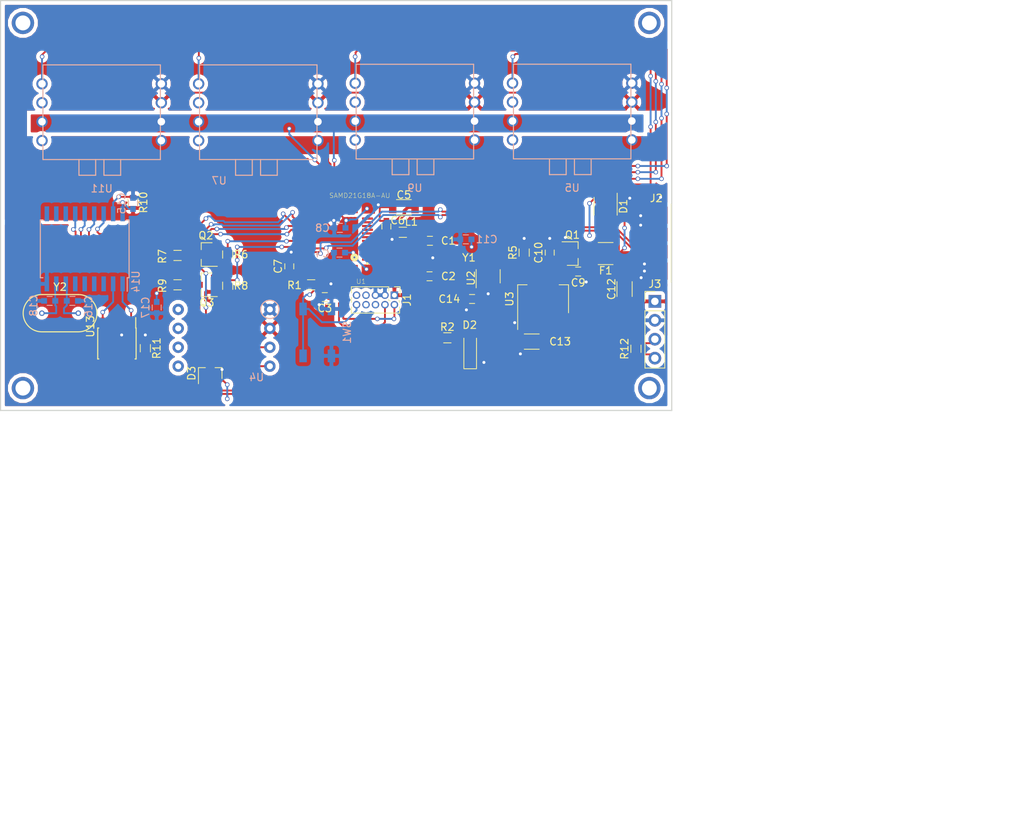
<source format=kicad_pcb>
(kicad_pcb (version 4) (host pcbnew 4.0.7)
  (layers (0 F.Cu signal) (31 B.Cu signal) (34 B.Paste user) (35 F.Paste user) (36 B.SilkS user) (37 F.SilkS user) (38 B.Mask user) (39 F.Mask user) (44 Edge.Cuts user))
  (net 0 "")
  (net 1 GND)
  (net 2 "Net-(C3-Pad1)")
  (net 3 +3V3)
  (net 4 "Net-(C5-Pad1)")
  (net 5 "Net-(C9-Pad1)")
  (net 6 +5V)
  (net 7 +BATT)
  (net 8 USB_D-)
  (net 9 USB_D+)
  (net 10 VBUS)
  (net 11 "Net-(D2-Pad2)")
  (net 12 SWDIO)
  (net 13 SWCLK)
  (net 14 RESETN)
  (net 15 SDA_L)
  (net 16 SDA_H)
  (net 17 SCL_L)
  (net 18 SCL_H)
  (net 19 "Net-(R10-Pad2)")
  (net 20 "Net-(R11-Pad1)")
  (net 21 SS_0)
  (net 22 SS_1)
  (net 23 SS_2)
  (net 24 MOSI_0)
  (net 25 SCLK_0)
  (net 26 MISO_0)
  (net 27 SS_3)
  (net 28 MISO_CAN)
  (net 29 SS_CAN)
  (net 30 MOSI_CAN)
  (net 31 SCLK_CAN)
  (net 32 "Net-(U4-Pad5)")
  (net 33 "Net-(U4-Pad7)")
  (net 34 TXCAN)
  (net 35 RXCAN)
  (net 36 "/CAN Bus/OSC+")
  (net 37 "/CAN Bus/OSC-")
  (net 38 /OSC-)
  (net 39 /OSC+)
  (net 40 CAN+)
  (net 41 CAN-)
  (module NPT-2mm (layer F.Cu) (at 113.284 101.981)
    (fp_text reference REF** hide)
    (fp_text value NPT-2mm hide)
    (pad "" np_thru_hole circle (at -0.284 0.019) (size 3 3) (drill 2) (layers *.Cu *.Mask))
  )
  (module NPT-2mm (layer F.Cu) (at 113.665 52.451)
    (fp_text reference REF** hide)
    (fp_text value NPT-2mm hide)
    (pad "" np_thru_hole circle (at -0.665 0.549) (size 3 3) (drill 2) (layers *.Cu *.Mask))
  )
  (module NPT-2mm (layer F.Cu) (at 198.12 52.6415)
    (fp_text reference REF** hide)
    (fp_text value NPT-2mm hide)
    (pad "" np_thru_hole circle (at -1.12 0.3585) (size 3 3) (drill 2) (layers *.Cu *.Mask))
  )
  (module NPT-2mm (layer F.Cu) (at 197.5485 102.1715)
    (fp_text reference REF** hide)
    (fp_text value NPT-2mm hide)
    (pad "" np_thru_hole circle (at -0.5485 -0.1715) (size 3 3) (drill 2) (layers *.Cu *.Mask))
  )
  (module Inductors_SMD:L_0603 (layer F.Cu) (at 163.945 81.0895 180)
    (fp_text reference L1 (at -1.143 1.397 180) (layer F.SilkS))
    (fp_text value "470Ohm - FB")
    (pad 1 smd rect (at -0.75 0 180) (size 0.5 0.9) (layers F.Cu F.Paste F.Mask) (net 3 +3V3))
    (pad 2 smd rect (at 0.75 0 180) (size 0.5 0.9) (layers F.Cu F.Paste F.Mask) (net 4 "Net-(C5-Pad1)"))
  )
  (module ATSAMD21G18A-AU:QFP50P900X900X120-48N (layer F.Cu) (at 155 82 180)
    (fp_text reference U1 (at -3.33585 -5.68928 180) (layer F.SilkS) (effects (font (size 0.640662 0.640662) (thickness 0.05))))
    (fp_text value SAMD21G18A-AU (at -3.16084 5.83655 180) (layer F.SilkS) (effects (font (size 0.640983 0.640983) (thickness 0.05))))
    (pad 1 smd rect (at -4.2 -2.75) (size 1.45 0.3) (layers F.Cu F.Paste F.Mask) (net 39 /OSC+))
    (pad 2 smd rect (at -4.2 -2.25) (size 1.45 0.3) (layers F.Cu F.Paste F.Mask) (net 38 /OSC-))
    (pad 3 smd rect (at -4.2 -1.75) (size 1.45 0.3) (layers F.Cu F.Paste F.Mask))
    (pad 4 smd rect (at -4.2 -1.25) (size 1.45 0.3) (layers F.Cu F.Paste F.Mask))
    (pad 5 smd rect (at -4.2 -0.75) (size 1.45 0.3) (layers F.Cu F.Paste F.Mask) (net 1 GND))
    (pad 6 smd rect (at -4.2 -0.25) (size 1.45 0.3) (layers F.Cu F.Paste F.Mask) (net 4 "Net-(C5-Pad1)"))
    (pad 7 smd rect (at -4.2 0.25) (size 1.45 0.3) (layers F.Cu F.Paste F.Mask))
    (pad 8 smd rect (at -4.2 0.75) (size 1.45 0.3) (layers F.Cu F.Paste F.Mask))
    (pad 9 smd rect (at -4.2 1.25) (size 1.45 0.3) (layers F.Cu F.Paste F.Mask))
    (pad 11 smd rect (at -4.2 2.25) (size 1.45 0.3) (layers F.Cu F.Paste F.Mask))
    (pad 12 smd rect (at -4.2 2.75) (size 1.45 0.3) (layers F.Cu F.Paste F.Mask))
    (pad 13 smd rect (at -2.75 4.2 90) (size 1.45 0.3) (layers F.Cu F.Paste F.Mask) (net 21 SS_0))
    (pad 14 smd rect (at -2.25 4.2 90) (size 1.45 0.3) (layers F.Cu F.Paste F.Mask) (net 22 SS_1))
    (pad 15 smd rect (at -1.75 4.2 90) (size 1.45 0.3) (layers F.Cu F.Paste F.Mask) (net 23 SS_2))
    (pad 16 smd rect (at -1.25 4.2 90) (size 1.45 0.3) (layers F.Cu F.Paste F.Mask) (net 27 SS_3))
    (pad 17 smd rect (at -0.75 4.2 270) (size 1.45 0.3) (layers F.Cu F.Paste F.Mask) (net 3 +3V3))
    (pad 18 smd rect (at -0.25 4.2 90) (size 1.45 0.3) (layers F.Cu F.Paste F.Mask) (net 1 GND))
    (pad 19 smd rect (at 0.25 4.2 270) (size 1.45 0.3) (layers F.Cu F.Paste F.Mask) (net 24 MOSI_0))
    (pad 20 smd rect (at 0.75 4.2 270) (size 1.45 0.3) (layers F.Cu F.Paste F.Mask) (net 25 SCLK_0))
    (pad 21 smd rect (at 1.25 4.2 270) (size 1.45 0.3) (layers F.Cu F.Paste F.Mask) (net 26 MISO_0))
    (pad 22 smd rect (at 1.75 4.2 270) (size 1.45 0.3) (layers F.Cu F.Paste F.Mask))
    (pad 23 smd rect (at 2.25 4.2 270) (size 1.45 0.3) (layers F.Cu F.Paste F.Mask))
    (pad 24 smd rect (at 2.75 4.2 270) (size 1.45 0.3) (layers F.Cu F.Paste F.Mask))
    (pad 10 smd rect (at -4.2 1.75) (size 1.45 0.3) (layers F.Cu F.Paste F.Mask))
    (pad 25 smd rect (at 4.17 2.75 180) (size 1.45 0.3) (layers F.Cu F.Paste F.Mask) (net 28 MISO_CAN))
    (pad 26 smd rect (at 4.2 2.25 180) (size 1.45 0.3) (layers F.Cu F.Paste F.Mask) (net 29 SS_CAN))
    (pad 27 smd rect (at 4.2 1.75 180) (size 1.45 0.3) (layers F.Cu F.Paste F.Mask) (net 30 MOSI_CAN))
    (pad 28 smd rect (at 4.2 1.25 180) (size 1.45 0.3) (layers F.Cu F.Paste F.Mask) (net 31 SCLK_CAN))
    (pad 29 smd rect (at 4.2 0.75 180) (size 1.45 0.3) (layers F.Cu F.Paste F.Mask))
    (pad 30 smd rect (at 4.2 0.25 180) (size 1.45 0.3) (layers F.Cu F.Paste F.Mask))
    (pad 31 smd rect (at 4.2 -0.25 180) (size 1.45 0.3) (layers F.Cu F.Paste F.Mask) (net 15 SDA_L))
    (pad 32 smd rect (at 4.2 -0.75 180) (size 1.45 0.3) (layers F.Cu F.Paste F.Mask) (net 17 SCL_L))
    (pad 33 smd rect (at 4.2 -1.25 180) (size 1.45 0.3) (layers F.Cu F.Paste F.Mask) (net 8 USB_D-))
    (pad 35 smd rect (at 4.2 -2.25 180) (size 1.45 0.3) (layers F.Cu F.Paste F.Mask) (net 1 GND))
    (pad 36 smd rect (at 4.2 -2.75 180) (size 1.45 0.3) (layers F.Cu F.Paste F.Mask) (net 3 +3V3))
    (pad 34 smd rect (at 4.2 -1.75 180) (size 1.45 0.3) (layers F.Cu F.Paste F.Mask) (net 9 USB_D+))
    (pad 37 smd rect (at 2.75 -4.2 270) (size 1.45 0.3) (layers F.Cu F.Paste F.Mask))
    (pad 38 smd rect (at 2.25 -4.2 270) (size 1.45 0.3) (layers F.Cu F.Paste F.Mask))
    (pad 39 smd rect (at 1.75 -4.2 270) (size 1.45 0.3) (layers F.Cu F.Paste F.Mask))
    (pad 40 smd rect (at 1.25 -4.2 270) (size 1.45 0.3) (layers F.Cu F.Paste F.Mask) (net 14 RESETN))
    (pad 41 smd rect (at 0.75 -4.2 270) (size 1.45 0.3) (layers F.Cu F.Paste F.Mask))
    (pad 42 smd rect (at 0.25 -4.2 270) (size 1.45 0.3) (layers F.Cu F.Paste F.Mask) (net 1 GND))
    (pad 43 smd rect (at -0.25 -4.2 90) (size 1.45 0.3) (layers F.Cu F.Paste F.Mask) (net 2 "Net-(C3-Pad1)"))
    (pad 44 smd rect (at -0.75 -4.2 90) (size 1.45 0.3) (layers F.Cu F.Paste F.Mask) (net 3 +3V3))
    (pad 45 smd rect (at -1.25 -4.2 90) (size 1.45 0.3) (layers F.Cu F.Paste F.Mask) (net 13 SWCLK))
    (pad 46 smd rect (at -1.75 -4.2 90) (size 1.45 0.3) (layers F.Cu F.Paste F.Mask) (net 12 SWDIO))
    (pad 47 smd rect (at -2.25 -4.2 90) (size 1.45 0.3) (layers F.Cu F.Paste F.Mask))
    (pad 48 smd rect (at -2.75 -4.2 90) (size 1.45 0.3) (layers F.Cu F.Paste F.Mask))
  )
  (module CMR200T:CMR200T (layer F.Cu) (at 166.435 84.4985 180)
    (fp_text reference Y1 (at -6.375 0 180) (layer F.SilkS))
    (fp_text value 32.768kHz)
    (pad 1 smd rect (at 3.875 -1.25 180) (size 2.5 1) (layers F.Cu F.Paste F.Mask) (net 39 /OSC+))
    (pad 2 smd rect (at 3.875 1.25 180) (size 2.5 1) (layers F.Cu F.Paste F.Mask) (net 38 /OSC-))
    (pad 3 smd rect (at -3.875 0 180) (size 2.5 2.5) (layers F.Cu F.Paste F.Mask) (net 1 GND))
  )
  (module TO_SOT_Packages_SMD:SOT-223-3_TabPin2 (layer F.Cu) (at 182.753 90.043 90)
    (fp_text reference U3 (at 0 -4.5 90) (layer F.SilkS))
    (fp_text value LM1117)
    (pad 2 smd rect (at 3.15 0 90) (size 2 3.8) (layers F.Cu F.Paste F.Mask) (net 6 +5V))
    (pad 2 smd rect (at -3.15 0 90) (size 2 1.5) (layers F.Cu F.Paste F.Mask) (net 6 +5V))
    (pad 3 smd rect (at -3.15 2.3 90) (size 2 1.5) (layers F.Cu F.Paste F.Mask) (net 7 +BATT))
    (pad 1 smd rect (at -3.15 -2.3 90) (size 2 1.5) (layers F.Cu F.Paste F.Mask) (net 1 GND))
  )
  (module DLHR-L10D-E1BD-C-NAV8:DLHR-L10D-E1BD-C-NAV8 (layer B.Cu) (at 186.65 64.89 180)
    (fp_text reference U5 (at 0 -10.25 180) (layer B.SilkS) (effects (justify mirror)))
    (fp_text value DLHR-L10D-E1BD-C-NAV8 hide)
    (pad 1 thru_hole circle (at -8 3.81 180) (size 1.524 1.524) (drill 1.016) (layers *.Cu *.Mask) (net 1 GND))
    (pad 2 thru_hole circle (at -8 1.27 180) (size 1.524 1.524) (drill 1.016) (layers *.Cu *.Mask) (net 3 +3V3))
    (pad 3 thru_hole circle (at -8 -1.27 180) (size 1.524 1.524) (drill 1.016) (layers *.Cu *.Mask) (net 24 MOSI_0))
    (pad 4 thru_hole circle (at -8 -3.81 180) (size 1.524 1.524) (drill 1.016) (layers *.Cu *.Mask) (net 25 SCLK_0))
    (pad 5 thru_hole circle (at 8 -3.81 180) (size 1.524 1.524) (drill 1.016) (layers *.Cu *.Mask))
    (pad 6 thru_hole circle (at 8 -1.27 180) (size 1.524 1.524) (drill 1.016) (layers *.Cu *.Mask) (net 26 MISO_0))
    (pad 7 thru_hole circle (at 8 1.27 180) (size 1.524 1.524) (drill 1.016) (layers *.Cu *.Mask))
    (pad 8 thru_hole circle (at 8 3.81 180) (size 1.524 1.524) (drill 1.016) (layers *.Cu *.Mask) (net 21 SS_0))
  )
  (module Housings_SOIC:SOIC-8_3.9x4.9mm_Pitch1.27mm (layer F.Cu) (at 125.603 96.012 270)
    (fp_text reference U13 (at -2.286 3.556 270) (layer F.SilkS))
    (fp_text value MCP2551)
    (pad 1 smd rect (at -2.7 -1.905 270) (size 1.55 0.6) (layers F.Cu F.Paste F.Mask) (net 34 TXCAN))
    (pad 2 smd rect (at -2.7 -0.635 270) (size 1.55 0.6) (layers F.Cu F.Paste F.Mask) (net 1 GND))
    (pad 3 smd rect (at -2.7 0.635 270) (size 1.55 0.6) (layers F.Cu F.Paste F.Mask) (net 6 +5V))
    (pad 4 smd rect (at -2.7 1.905 270) (size 1.55 0.6) (layers F.Cu F.Paste F.Mask) (net 35 RXCAN))
    (pad 5 smd rect (at 2.7 1.905 270) (size 1.55 0.6) (layers F.Cu F.Paste F.Mask))
    (pad 6 smd rect (at 2.7 0.635 270) (size 1.55 0.6) (layers F.Cu F.Paste F.Mask) (net 41 CAN-))
    (pad 7 smd rect (at 2.7 -0.635 270) (size 1.55 0.6) (layers F.Cu F.Paste F.Mask) (net 40 CAN+))
    (pad 8 smd rect (at 2.7 -1.905 270) (size 1.55 0.6) (layers F.Cu F.Paste F.Mask) (net 20 "Net-(R11-Pad1)"))
  )
  (module Housings_SOIC:SOIC-18W_7.5x11.6mm_Pitch1.27mm (layer B.Cu) (at 121.285 83.312 90)
    (fp_text reference U14 (at -4.4 6.85 90) (layer B.SilkS) (effects (justify mirror)))
    (fp_text value MCP2515)
    (pad 1 smd rect (at -4.7 5.08 90) (size 2 0.6) (layers B.Cu B.Paste B.Mask) (net 34 TXCAN))
    (pad 2 smd rect (at -4.7 3.81 90) (size 2 0.6) (layers B.Cu B.Paste B.Mask) (net 35 RXCAN))
    (pad 3 smd rect (at -4.7 2.54 90) (size 2 0.6) (layers B.Cu B.Paste B.Mask))
    (pad 4 smd rect (at -4.7 1.27 90) (size 2 0.6) (layers B.Cu B.Paste B.Mask))
    (pad 5 smd rect (at -4.7 0 90) (size 2 0.6) (layers B.Cu B.Paste B.Mask))
    (pad 6 smd rect (at -4.7 -1.27 90) (size 2 0.6) (layers B.Cu B.Paste B.Mask))
    (pad 7 smd rect (at -4.7 -2.54 90) (size 2 0.6) (layers B.Cu B.Paste B.Mask) (net 36 "/CAN Bus/OSC+"))
    (pad 8 smd rect (at -4.7 -3.81 90) (size 2 0.6) (layers B.Cu B.Paste B.Mask) (net 37 "/CAN Bus/OSC-"))
    (pad 9 smd rect (at -4.7 -5.08 90) (size 2 0.6) (layers B.Cu B.Paste B.Mask) (net 1 GND))
    (pad 10 smd rect (at 4.7 -5.08 90) (size 2 0.6) (layers B.Cu B.Paste B.Mask))
    (pad 11 smd rect (at 4.7 -3.81 90) (size 2 0.6) (layers B.Cu B.Paste B.Mask))
    (pad 12 smd rect (at 4.7 -2.54 90) (size 2 0.6) (layers B.Cu B.Paste B.Mask))
    (pad 13 smd rect (at 4.7 -1.27 90) (size 2 0.6) (layers B.Cu B.Paste B.Mask) (net 31 SCLK_CAN))
    (pad 14 smd rect (at 4.7 0 90) (size 2 0.6) (layers B.Cu B.Paste B.Mask) (net 30 MOSI_CAN))
    (pad 15 smd rect (at 4.7 1.27 90) (size 2 0.6) (layers B.Cu B.Paste B.Mask) (net 28 MISO_CAN))
    (pad 16 smd rect (at 4.7 2.54 90) (size 2 0.6) (layers B.Cu B.Paste B.Mask) (net 29 SS_CAN))
    (pad 17 smd rect (at 4.7 3.81 90) (size 2 0.6) (layers B.Cu B.Paste B.Mask) (net 19 "Net-(R10-Pad2)"))
    (pad 18 smd rect (at 4.7 5.08 90) (size 2 0.6) (layers B.Cu B.Paste B.Mask) (net 3 +3V3))
  )
  (module HSCDANN015PA2A5:HSCDANN015PA2A5 (layer B.Cu) (at 139.573 95.25 180)
    (fp_text reference U4 (at -4.75 -5.31 180) (layer B.SilkS) (effects (justify mirror)))
    (fp_text value HSCDANN015PA2A5 hide)
    (pad 1 thru_hole circle (at -6.54 3.81 180) (size 1.524 1.524) (drill 0.813) (layers *.Cu *.Mask) (net 1 GND))
    (pad 2 thru_hole circle (at -6.54 1.27 180) (size 1.524 1.524) (drill 0.813) (layers *.Cu *.Mask) (net 6 +5V))
    (pad 3 thru_hole circle (at -6.54 -1.27 180) (size 1.524 1.524) (drill 0.813) (layers *.Cu *.Mask) (net 16 SDA_H))
    (pad 4 thru_hole circle (at -6.54 -3.81 180) (size 1.524 1.524) (drill 0.813) (layers *.Cu *.Mask) (net 18 SCL_H))
    (pad 5 thru_hole circle (at 5.75 -3.81 180) (size 1.524 1.524) (drill 0.813) (layers *.Cu *.Mask) (net 32 "Net-(U4-Pad5)"))
    (pad 6 thru_hole circle (at 5.75 -1.27 180) (size 1.524 1.524) (drill 0.813) (layers *.Cu *.Mask) (net 32 "Net-(U4-Pad5)"))
    (pad 7 thru_hole circle (at 5.75 1.27 180) (size 1.524 1.524) (drill 0.813) (layers *.Cu *.Mask) (net 33 "Net-(U4-Pad7)"))
    (pad 8 thru_hole circle (at 5.75 3.81 180) (size 1.524 1.524) (drill 0.762) (layers *.Cu *.Mask) (net 33 "Net-(U4-Pad7)"))
  )
  (module TO_SOT_Packages_SMD:SOT-143 (layer F.Cu) (at 191.135 77.597 270)
    (fp_text reference D1 (at 0.02 -2.38 270) (layer F.SilkS))
    (fp_text value PRTR5V0U2X)
    (pad 1 smd rect (at -1.1 -0.77 180) (size 1.2 1.4) (layers F.Cu F.Paste F.Mask) (net 1 GND))
    (pad 2 smd rect (at -1.1 0.95 180) (size 1 1.4) (layers F.Cu F.Paste F.Mask) (net 8 USB_D-))
    (pad 3 smd rect (at 1.1 0.95 180) (size 1 1.4) (layers F.Cu F.Paste F.Mask) (net 9 USB_D+))
    (pad 4 smd rect (at 1.1 -0.95 180) (size 1 1.4) (layers F.Cu F.Paste F.Mask) (net 10 VBUS))
  )
  (module Capacitors_SMD:C_1206 (layer F.Cu) (at 164.084 77.724 180)
    (fp_text reference C5 (at 0 1.651 180) (layer F.SilkS))
    (fp_text value 10uF)
    (pad 1 smd rect (at -1.5 0 180) (size 1 1.6) (layers F.Cu F.Paste F.Mask) (net 4 "Net-(C5-Pad1)"))
    (pad 2 smd rect (at 1.5 0 180) (size 1 1.6) (layers F.Cu F.Paste F.Mask) (net 1 GND))
  )
  (module Capacitors_SMD:C_1206 (layer F.Cu) (at 193.675 88.7095 90)
    (fp_text reference C12 (at 0 -1.75 90) (layer F.SilkS))
    (fp_text value 10uF)
    (pad 1 smd rect (at -1.5 0 90) (size 1 1.6) (layers F.Cu F.Paste F.Mask) (net 7 +BATT))
    (pad 2 smd rect (at 1.5 0 90) (size 1 1.6) (layers F.Cu F.Paste F.Mask) (net 1 GND))
  )
  (module Capacitors_SMD:C_1206 (layer F.Cu) (at 181.229 95.758 180)
    (fp_text reference C13 (at -3.81 0 180) (layer F.SilkS))
    (fp_text value 10uF)
    (pad 1 smd rect (at -1.5 0 180) (size 1 1.6) (layers F.Cu F.Paste F.Mask) (net 6 +5V))
    (pad 2 smd rect (at 1.5 0 180) (size 1 1.6) (layers F.Cu F.Paste F.Mask) (net 1 GND))
  )
  (module LEDs:LED_1206 (layer F.Cu) (at 172.974 96.902 90)
    (fp_text reference D2 (at 3.3665 -0.0635 180) (layer F.SilkS))
    (fp_text value RED)
    (pad 2 smd rect (at 1.65 0 270) (size 1.5 1.5) (layers F.Cu F.Paste F.Mask) (net 11 "Net-(D2-Pad2)"))
    (pad 1 smd rect (at -1.65 0 270) (size 1.5 1.5) (layers F.Cu F.Paste F.Mask) (net 1 GND))
  )
  (module TO_SOT_Packages_SMD:SOT-23 (layer F.Cu) (at 138.1125 100.0125 90)
    (fp_text reference D3 (at 0 -2.5 90) (layer F.SilkS))
    (fp_text value ESDA6V1L)
    (pad 1 smd rect (at -1 -0.95 90) (size 0.9 0.8) (layers F.Cu F.Paste F.Mask) (net 40 CAN+))
    (pad 2 smd rect (at -1 0.95 90) (size 0.9 0.8) (layers F.Cu F.Paste F.Mask) (net 41 CAN-))
    (pad 3 smd rect (at 1 0 90) (size 0.9 0.8) (layers F.Cu F.Paste F.Mask) (net 1 GND))
  )
  (module Resistors_SMD:R_1210 (layer F.Cu) (at 191.135 83.947)
    (fp_text reference F1 (at 0 2.286) (layer F.SilkS))
    (fp_text value 500mA)
    (pad 1 smd rect (at -1.45 0) (size 0.9 2.5) (layers F.Cu F.Paste F.Mask) (net 5 "Net-(C9-Pad1)"))
    (pad 2 smd rect (at 1.45 0) (size 0.9 2.5) (layers F.Cu F.Paste F.Mask) (net 10 VBUS))
  )
  (module Pin_Headers:Pin_Header_Straight_2x05_Pitch1.27mm (layer F.Cu) (at 162.814 89.535 270)
    (fp_text reference J1 (at 0.635 -1.695 270) (layer F.SilkS))
    (fp_text value Cortex_Debug)
    (pad 1 thru_hole rect (at 0 0 270) (size 1 1) (drill 0.65) (layers *.Cu *.Mask) (net 3 +3V3))
    (pad 2 thru_hole oval (at 1.27 0 270) (size 1 1) (drill 0.65) (layers *.Cu *.Mask) (net 12 SWDIO))
    (pad 3 thru_hole oval (at 0 1.27 270) (size 1 1) (drill 0.65) (layers *.Cu *.Mask) (net 1 GND))
    (pad 4 thru_hole oval (at 1.27 1.27 270) (size 1 1) (drill 0.65) (layers *.Cu *.Mask) (net 13 SWCLK))
    (pad 5 thru_hole oval (at 0 2.54 270) (size 1 1) (drill 0.65) (layers *.Cu *.Mask) (net 1 GND))
    (pad 6 thru_hole oval (at 1.27 2.54 270) (size 1 1) (drill 0.65) (layers *.Cu *.Mask))
    (pad 7 thru_hole oval (at 0 3.81 270) (size 1 1) (drill 0.65) (layers *.Cu *.Mask))
    (pad 8 thru_hole oval (at 1.27 3.81 270) (size 1 1) (drill 0.65) (layers *.Cu *.Mask))
    (pad 9 thru_hole oval (at 0 5.08 270) (size 1 1) (drill 0.65) (layers *.Cu *.Mask))
    (pad 10 thru_hole oval (at 1.27 5.08 270) (size 1 1) (drill 0.65) (layers *.Cu *.Mask) (net 14 RESETN))
  )
  (module 10104110-0001LF:10104110-0001LF (layer F.Cu) (at 198.501 82.55 90)
    (fp_text reference J2 (at 6.02343 -0.568916 180) (layer F.SilkS))
    (fp_text value USB_Micro_B hide)
    (pad 5 smd rect (at 1.15 0 90) (size 1.8 1.9) (layers F.Cu F.Paste F.Mask) (net 1 GND))
    (pad 5 smd rect (at 3.75 0 90) (size 2.3 1.9) (layers F.Cu F.Paste F.Mask) (net 1 GND))
    (pad 5 smd rect (at -1.15 0 90) (size 1.8 1.9) (layers F.Cu F.Paste F.Mask) (net 1 GND))
    (pad 5 smd rect (at -3.75 0 90) (size 2.3 1.9) (layers F.Cu F.Paste F.Mask) (net 1 GND))
    (pad 5 smd rect (at 1.3 -2.675 90) (size 0.4 1.4) (layers F.Cu F.Paste F.Mask) (net 1 GND))
    (pad 4 smd rect (at 0.65 -2.675 90) (size 0.4 1.4) (layers F.Cu F.Paste F.Mask))
    (pad 3 smd rect (at 0 -2.675 90) (size 0.4 1.4) (layers F.Cu F.Paste F.Mask) (net 9 USB_D+))
    (pad 2 smd rect (at -0.65 -2.675 90) (size 0.4 1.4) (layers F.Cu F.Paste F.Mask) (net 8 USB_D-))
    (pad 1 smd rect (at -1.3 -2.675 90) (size 0.4 1.4) (layers F.Cu F.Paste F.Mask) (net 10 VBUS))
  )
  (module TO_SOT_Packages_SMD:SOT-23 (layer F.Cu) (at 186.69 83.947)
    (fp_text reference Q1 (at 0 -2.5) (layer F.SilkS))
    (fp_text value "3.7A, 30V")
    (pad 1 smd rect (at -1 -0.95) (size 0.9 0.8) (layers F.Cu F.Paste F.Mask) (net 1 GND))
    (pad 2 smd rect (at -1 0.95) (size 0.9 0.8) (layers F.Cu F.Paste F.Mask) (net 6 +5V))
    (pad 3 smd rect (at 1 0) (size 0.9 0.8) (layers F.Cu F.Paste F.Mask) (net 5 "Net-(C9-Pad1)"))
  )
  (module TO_SOT_Packages_SMD:SOT-23 (layer F.Cu) (at 137.668 84.074 180)
    (fp_text reference Q2 (at 0.127 2.54 180) (layer F.SilkS))
    (fp_text value BSS138)
    (pad 1 smd rect (at -1 -0.95 180) (size 0.9 0.8) (layers F.Cu F.Paste F.Mask) (net 3 +3V3))
    (pad 2 smd rect (at -1 0.95 180) (size 0.9 0.8) (layers F.Cu F.Paste F.Mask) (net 15 SDA_L))
    (pad 3 smd rect (at 1 0 180) (size 0.9 0.8) (layers F.Cu F.Paste F.Mask) (net 16 SDA_H))
  )
  (module TO_SOT_Packages_SMD:SOT-23 (layer F.Cu) (at 137.668 88.138 180)
    (fp_text reference Q3 (at 0 -2.413 360) (layer F.SilkS))
    (fp_text value BSS138)
    (pad 1 smd rect (at -1 -0.95 180) (size 0.9 0.8) (layers F.Cu F.Paste F.Mask) (net 3 +3V3))
    (pad 2 smd rect (at -1 0.95 180) (size 0.9 0.8) (layers F.Cu F.Paste F.Mask) (net 17 SCL_L))
    (pad 3 smd rect (at 1 0 180) (size 0.9 0.8) (layers F.Cu F.Paste F.Mask) (net 18 SCL_H))
  )
  (module FSMCTTR:FSMCTTR (layer B.Cu) (at 152.4685 94.5265 270)
    (fp_text reference SW1 (at 0 -4 270) (layer B.SilkS) (effects (justify mirror)))
    (fp_text value " FSMCTTR")
    (pad 1 smd rect (at -3.15 1.9 270) (size 1.7 1) (layers B.Cu B.Paste B.Mask) (net 14 RESETN))
    (pad 2 smd rect (at 3.15 1.9 270) (size 1.7 1) (layers B.Cu B.Paste B.Mask) (net 14 RESETN))
    (pad 3 smd rect (at -3.15 -1.9 270) (size 1.7 1) (layers B.Cu B.Paste B.Mask) (net 1 GND))
    (pad 4 smd rect (at 3.15 -1.9 270) (size 1.7 1) (layers B.Cu B.Paste B.Mask) (net 1 GND))
  )
  (module TO_SOT_Packages_SMD:SOT-23-5 (layer F.Cu) (at 175.387 86.995 90)
    (fp_text reference U2 (at -0.25 -2.3 90) (layer F.SilkS))
    (fp_text value AP2112K-3.3)
    (pad 1 smd rect (at -1.1 -0.95 90) (size 1.06 0.65) (layers F.Cu F.Paste F.Mask) (net 6 +5V))
    (pad 2 smd rect (at -1.1 0 90) (size 1.06 0.65) (layers F.Cu F.Paste F.Mask) (net 1 GND))
    (pad 3 smd rect (at -1.1 0.95 90) (size 1.06 0.65) (layers F.Cu F.Paste F.Mask) (net 6 +5V))
    (pad 4 smd rect (at 1.1 0.95 90) (size 1.06 0.65) (layers F.Cu F.Paste F.Mask))
    (pad 5 smd rect (at 1.1 -0.95 90) (size 1.06 0.65) (layers F.Cu F.Paste F.Mask) (net 3 +3V3))
  )
  (module DLHR-L10D-E1BD-C-NAV8:DLHR-L10D-E1BD-C-NAV8 (layer B.Cu) (at 144.558272 64.980404 180)
    (fp_text reference U7 (at 5.239272 -9.187596 180) (layer B.SilkS) (effects (justify mirror)))
    (fp_text value DLHR-L10D-E1BD-C-NAV8 hide)
    (pad 1 thru_hole circle (at -8 3.81 180) (size 1.524 1.524) (drill 1.016) (layers *.Cu *.Mask) (net 1 GND))
    (pad 2 thru_hole circle (at -8 1.27 180) (size 1.524 1.524) (drill 1.016) (layers *.Cu *.Mask) (net 3 +3V3))
    (pad 3 thru_hole circle (at -8 -1.27 180) (size 1.524 1.524) (drill 1.016) (layers *.Cu *.Mask) (net 24 MOSI_0))
    (pad 4 thru_hole circle (at -8 -3.81 180) (size 1.524 1.524) (drill 1.016) (layers *.Cu *.Mask) (net 25 SCLK_0))
    (pad 5 thru_hole circle (at 8 -3.81 180) (size 1.524 1.524) (drill 1.016) (layers *.Cu *.Mask))
    (pad 6 thru_hole circle (at 8 -1.27 180) (size 1.524 1.524) (drill 1.016) (layers *.Cu *.Mask) (net 26 MISO_0))
    (pad 7 thru_hole circle (at 8 1.27 180) (size 1.524 1.524) (drill 1.016) (layers *.Cu *.Mask))
    (pad 8 thru_hole circle (at 8 3.81 180) (size 1.524 1.524) (drill 1.016) (layers *.Cu *.Mask) (net 22 SS_1))
  )
  (module DLHR-L10D-E1BD-C-NAV8:DLHR-L10D-E1BD-C-NAV8 (layer B.Cu) (at 165.558272 64.900404 180)
    (fp_text reference U9 (at 0 -10.25 180) (layer B.SilkS) (effects (justify mirror)))
    (fp_text value DLHR-L10D-E1BD-C-NAV8 hide)
    (pad 1 thru_hole circle (at -8 3.81 180) (size 1.524 1.524) (drill 1.016) (layers *.Cu *.Mask) (net 1 GND))
    (pad 2 thru_hole circle (at -8 1.27 180) (size 1.524 1.524) (drill 1.016) (layers *.Cu *.Mask) (net 3 +3V3))
    (pad 3 thru_hole circle (at -8 -1.27 180) (size 1.524 1.524) (drill 1.016) (layers *.Cu *.Mask) (net 24 MOSI_0))
    (pad 4 thru_hole circle (at -8 -3.81 180) (size 1.524 1.524) (drill 1.016) (layers *.Cu *.Mask) (net 25 SCLK_0))
    (pad 5 thru_hole circle (at 8 -3.81 180) (size 1.524 1.524) (drill 1.016) (layers *.Cu *.Mask))
    (pad 6 thru_hole circle (at 8 -1.27 180) (size 1.524 1.524) (drill 1.016) (layers *.Cu *.Mask) (net 26 MISO_0))
    (pad 7 thru_hole circle (at 8 1.27 180) (size 1.524 1.524) (drill 1.016) (layers *.Cu *.Mask))
    (pad 8 thru_hole circle (at 8 3.81 180) (size 1.524 1.524) (drill 1.016) (layers *.Cu *.Mask) (net 23 SS_2))
  )
  (module DLHR-L10D-E1BD-C-NAV8:DLHR-L10D-E1BD-C-NAV8 (layer B.Cu) (at 123.558272 64.980404 180)
    (fp_text reference U11 (at 0 -10.25 180) (layer B.SilkS) (effects (justify mirror)))
    (fp_text value DLHR-L10D-E1BD-C-NAV8 hide)
    (pad 1 thru_hole circle (at -8 3.81 180) (size 1.524 1.524) (drill 1.016) (layers *.Cu *.Mask) (net 1 GND))
    (pad 2 thru_hole circle (at -8 1.27 180) (size 1.524 1.524) (drill 1.016) (layers *.Cu *.Mask) (net 3 +3V3))
    (pad 3 thru_hole circle (at -8 -1.27 180) (size 1.524 1.524) (drill 1.016) (layers *.Cu *.Mask) (net 24 MOSI_0))
    (pad 4 thru_hole circle (at -8 -3.81 180) (size 1.524 1.524) (drill 1.016) (layers *.Cu *.Mask) (net 25 SCLK_0))
    (pad 5 thru_hole circle (at 8 -3.81 180) (size 1.524 1.524) (drill 1.016) (layers *.Cu *.Mask))
    (pad 6 thru_hole circle (at 8 -1.27 180) (size 1.524 1.524) (drill 1.016) (layers *.Cu *.Mask) (net 26 MISO_0))
    (pad 7 thru_hole circle (at 8 1.27 180) (size 1.524 1.524) (drill 1.016) (layers *.Cu *.Mask))
    (pad 8 thru_hole circle (at 8 3.81 180) (size 1.524 1.524) (drill 1.016) (layers *.Cu *.Mask) (net 27 SS_3))
  )
  (module 9B-16.000MEEJ-B:9B-16.000MEEJ-B (layer F.Cu) (at 117.983 91.948 180)
    (fp_text reference Y2 (at 0 3.52 180) (layer F.SilkS))
    (fp_text value 16MHz hide)
    (pad 1 thru_hole circle (at -2.44 0 180) (size 0.73 0.73) (drill 0.43) (layers *.Cu *.Mask) (net 36 "/CAN Bus/OSC+"))
    (pad 2 thru_hole circle (at 2.44 0 180) (size 0.73 0.73) (drill 0.43) (layers *.Cu *.Mask) (net 37 "/CAN Bus/OSC-"))
  )
  (module Capacitors_SMD:C_0603 (layer F.Cu) (at 167.5765 82.2325 180)
    (fp_text reference C1 (at -2.4645 0 180) (layer F.SilkS))
    (fp_text value 6.8pF)
    (pad 2 smd rect (at 0.75 0 180) (size 0.8 0.75) (layers F.Cu F.Paste F.Mask) (net 38 /OSC-))
    (pad 1 smd rect (at -0.75 0 180) (size 0.8 0.75) (layers F.Cu F.Paste F.Mask) (net 1 GND))
  )
  (module Capacitors_SMD:C_0603 (layer F.Cu) (at 167.525 86.995 180)
    (fp_text reference C2 (at -2.528 0 180) (layer F.SilkS))
    (fp_text value 6.8pF)
    (pad 2 smd rect (at 0.75 0 180) (size 0.8 0.75) (layers F.Cu F.Paste F.Mask) (net 39 /OSC+))
    (pad 1 smd rect (at -0.75 0 180) (size 0.8 0.75) (layers F.Cu F.Paste F.Mask) (net 1 GND))
  )
  (module Capacitors_SMD:C_0603 (layer F.Cu) (at 153.4795 89.789 180)
    (fp_text reference C3 (at 0 -1.5 180) (layer F.SilkS))
    (fp_text value 0.1uF)
    (pad 2 smd rect (at 0.75 0 180) (size 0.8 0.75) (layers F.Cu F.Paste F.Mask) (net 1 GND))
    (pad 1 smd rect (at -0.75 0 180) (size 0.8 0.75) (layers F.Cu F.Paste F.Mask) (net 2 "Net-(C3-Pad1)"))
  )
  (module Capacitors_SMD:C_0603 (layer B.Cu) (at 155.448 83.82 180)
    (fp_text reference C4 (at 2.286 -0.127 180) (layer B.SilkS) (effects (justify mirror)))
    (fp_text value 0.1uF)
    (pad 2 smd rect (at 0.75 0 180) (size 0.8 0.75) (layers B.Cu B.Paste B.Mask) (net 1 GND))
    (pad 1 smd rect (at -0.75 0 180) (size 0.8 0.75) (layers B.Cu B.Paste B.Mask) (net 3 +3V3))
  )
  (module Capacitors_SMD:C_0603 (layer F.Cu) (at 161.7345 80.3155 90)
    (fp_text reference C6 (at 0.8135 1.524 180) (layer F.SilkS))
    (fp_text value 0.1uF)
    (pad 2 smd rect (at 0.75 0 90) (size 0.8 0.75) (layers F.Cu F.Paste F.Mask) (net 1 GND))
    (pad 1 smd rect (at -0.75 0 90) (size 0.8 0.75) (layers F.Cu F.Paste F.Mask) (net 4 "Net-(C5-Pad1)"))
  )
  (module Capacitors_SMD:C_0603 (layer F.Cu) (at 148.717 85.6615 90)
    (fp_text reference C7 (at 0 -1.5 90) (layer F.SilkS))
    (fp_text value 0.1uF)
    (pad 2 smd rect (at 0.75 0 90) (size 0.8 0.75) (layers F.Cu F.Paste F.Mask) (net 1 GND))
    (pad 1 smd rect (at -0.75 0 90) (size 0.8 0.75) (layers F.Cu F.Paste F.Mask) (net 3 +3V3))
  )
  (module Capacitors_SMD:C_0603 (layer B.Cu) (at 155.5 80.5 180)
    (fp_text reference C8 (at 2.338 -0.018 180) (layer B.SilkS) (effects (justify mirror)))
    (fp_text value 0.1uF)
    (pad 2 smd rect (at 0.75 0 180) (size 0.8 0.75) (layers B.Cu B.Paste B.Mask) (net 1 GND))
    (pad 1 smd rect (at -0.75 0 180) (size 0.8 0.75) (layers B.Cu B.Paste B.Mask) (net 3 +3V3))
  )
  (module Capacitors_SMD:C_0603 (layer F.Cu) (at 187.452 86.36 180)
    (fp_text reference C9 (at 0 -1.5 180) (layer F.SilkS))
    (fp_text value 2.2uF)
    (pad 2 smd rect (at 0.75 0 180) (size 0.8 0.75) (layers F.Cu F.Paste F.Mask) (net 1 GND))
    (pad 1 smd rect (at -0.75 0 180) (size 0.8 0.75) (layers F.Cu F.Paste F.Mask) (net 5 "Net-(C9-Pad1)"))
  )
  (module Capacitors_SMD:C_0603 (layer F.Cu) (at 183.642 83.82 90)
    (fp_text reference C10 (at 0 -1.5 90) (layer F.SilkS))
    (fp_text value 1.0uF)
    (pad 2 smd rect (at 0.75 0 90) (size 0.8 0.75) (layers F.Cu F.Paste F.Mask) (net 1 GND))
    (pad 1 smd rect (at -0.75 0 90) (size 0.8 0.75) (layers F.Cu F.Paste F.Mask) (net 6 +5V))
  )
  (module Capacitors_SMD:C_0603 (layer B.Cu) (at 172.3905 82.042 180)
    (fp_text reference C11 (at -2.794 0 180) (layer B.SilkS) (effects (justify mirror)))
    (fp_text value 2.2uF hide)
    (pad 2 smd rect (at 0.75 0 180) (size 0.8 0.75) (layers B.Cu B.Paste B.Mask) (net 1 GND))
    (pad 1 smd rect (at -0.75 0 180) (size 0.8 0.75) (layers B.Cu B.Paste B.Mask) (net 3 +3V3))
  )
  (module Capacitors_SMD:C_0603 (layer F.Cu) (at 173.228 90.043 180)
    (fp_text reference C14 (at 3.048 0 180) (layer F.SilkS))
    (fp_text value .1uF)
    (pad 2 smd rect (at 0.75 0 180) (size 0.8 0.75) (layers F.Cu F.Paste F.Mask) (net 1 GND))
    (pad 1 smd rect (at -0.75 0 180) (size 0.8 0.75) (layers F.Cu F.Paste F.Mask) (net 6 +5V))
  )
  (module Capacitors_SMD:C_0603 (layer B.Cu) (at 127.762 77.216 90)
    (fp_text reference C15 (at 0 -1.524 90) (layer B.SilkS) (effects (justify mirror)))
    (fp_text value 0.1uF)
    (pad 2 smd rect (at 0.75 0 90) (size 0.8 0.75) (layers B.Cu B.Paste B.Mask) (net 1 GND))
    (pad 1 smd rect (at -0.75 0 90) (size 0.8 0.75) (layers B.Cu B.Paste B.Mask) (net 3 +3V3))
  )
  (module Capacitors_SMD:C_0603 (layer B.Cu) (at 119.634 90.297 180)
    (fp_text reference C16 (at -2.159 -0.762 270) (layer B.SilkS) (effects (justify mirror)))
    (fp_text value 22pF)
    (pad 2 smd rect (at 0.75 0 180) (size 0.8 0.75) (layers B.Cu B.Paste B.Mask) (net 36 "/CAN Bus/OSC+"))
    (pad 1 smd rect (at -0.75 0 180) (size 0.8 0.75) (layers B.Cu B.Paste B.Mask) (net 1 GND))
  )
  (module Capacitors_SMD:C_0603 (layer B.Cu) (at 130.937 91.186 270)
    (fp_text reference C17 (at 0 1.5 270) (layer B.SilkS) (effects (justify mirror)))
    (fp_text value 0.1uF)
    (pad 2 smd rect (at 0.75 0 270) (size 0.8 0.75) (layers B.Cu B.Paste B.Mask) (net 1 GND))
    (pad 1 smd rect (at -0.75 0 270) (size 0.8 0.75) (layers B.Cu B.Paste B.Mask) (net 6 +5V))
  )
  (module Capacitors_SMD:C_0603 (layer B.Cu) (at 116.586 90.297 180)
    (fp_text reference C18 (at 2.159 -0.635 270) (layer B.SilkS) (effects (justify mirror)))
    (fp_text value 22pF)
    (pad 2 smd rect (at 0.75 0 180) (size 0.8 0.75) (layers B.Cu B.Paste B.Mask) (net 1 GND))
    (pad 1 smd rect (at -0.75 0 180) (size 0.8 0.75) (layers B.Cu B.Paste B.Mask) (net 37 "/CAN Bus/OSC-"))
  )
  (module Resistors_SMD:R_0603 (layer F.Cu) (at 151.65 88.138)
    (fp_text reference R1 (at -2.2345 0.0635) (layer F.SilkS))
    (fp_text value 10k)
    (pad 1 smd rect (at -0.75 0) (size 0.5 0.9) (layers F.Cu F.Paste F.Mask) (net 3 +3V3))
    (pad 2 smd rect (at 0.75 0) (size 0.5 0.9) (layers F.Cu F.Paste F.Mask) (net 14 RESETN))
  )
  (module Resistors_SMD:R_0603 (layer F.Cu) (at 169.914 95.25)
    (fp_text reference R2 (at 0 -1.45) (layer F.SilkS))
    (fp_text value 330)
    (pad 1 smd rect (at -0.75 0) (size 0.5 0.9) (layers F.Cu F.Paste F.Mask) (net 3 +3V3))
    (pad 2 smd rect (at 0.75 0) (size 0.5 0.9) (layers F.Cu F.Paste F.Mask) (net 11 "Net-(D2-Pad2)"))
  )
  (module Resistors_SMD:R_0603 (layer F.Cu) (at 180.213 83.82 270)
    (fp_text reference R5 (at 0 1.524 270) (layer F.SilkS))
    (fp_text value 10k)
    (pad 1 smd rect (at -0.75 0 270) (size 0.5 0.9) (layers F.Cu F.Paste F.Mask) (net 1 GND))
    (pad 2 smd rect (at 0.75 0 270) (size 0.5 0.9) (layers F.Cu F.Paste F.Mask) (net 6 +5V))
  )
  (module Resistors_SMD:R_0603 (layer F.Cu) (at 140.462 84.074 90)
    (fp_text reference R6 (at 0 1.778 180) (layer F.SilkS))
    (fp_text value 10K)
    (pad 1 smd rect (at -0.75 0 90) (size 0.5 0.9) (layers F.Cu F.Paste F.Mask) (net 3 +3V3))
    (pad 2 smd rect (at 0.75 0 90) (size 0.5 0.9) (layers F.Cu F.Paste F.Mask) (net 15 SDA_L))
  )
  (module Resistors_SMD:R_0603 (layer F.Cu) (at 133.731 84.201)
    (fp_text reference R7 (at -2.032 0.127 90) (layer F.SilkS))
    (fp_text value 10K)
    (pad 1 smd rect (at -0.75 0) (size 0.5 0.9) (layers F.Cu F.Paste F.Mask) (net 6 +5V))
    (pad 2 smd rect (at 0.75 0) (size 0.5 0.9) (layers F.Cu F.Paste F.Mask) (net 16 SDA_H))
  )
  (module Resistors_SMD:R_0603 (layer F.Cu) (at 140.462 88.265 90)
    (fp_text reference R8 (at 0 1.778 180) (layer F.SilkS))
    (fp_text value 10K)
    (pad 1 smd rect (at -0.75 0 90) (size 0.5 0.9) (layers F.Cu F.Paste F.Mask) (net 3 +3V3))
    (pad 2 smd rect (at 0.75 0 90) (size 0.5 0.9) (layers F.Cu F.Paste F.Mask) (net 17 SCL_L))
  )
  (module Resistors_SMD:R_0603 (layer F.Cu) (at 133.731 88.138)
    (fp_text reference R9 (at -2.032 0.127 90) (layer F.SilkS))
    (fp_text value 10K)
    (pad 1 smd rect (at -0.75 0) (size 0.5 0.9) (layers F.Cu F.Paste F.Mask) (net 6 +5V))
    (pad 2 smd rect (at 0.75 0) (size 0.5 0.9) (layers F.Cu F.Paste F.Mask) (net 18 SCL_H))
  )
  (module Resistors_SMD:R_0603 (layer F.Cu) (at 127.762 77.089 90)
    (fp_text reference R10 (at 0 1.397 90) (layer F.SilkS))
    (fp_text value 10K)
    (pad 1 smd rect (at -0.75 0 90) (size 0.5 0.9) (layers F.Cu F.Paste F.Mask) (net 3 +3V3))
    (pad 2 smd rect (at 0.75 0 90) (size 0.5 0.9) (layers F.Cu F.Paste F.Mask) (net 19 "Net-(R10-Pad2)"))
  )
  (module Resistors_SMD:R_0603 (layer F.Cu) (at 129.413 96.647 90)
    (fp_text reference R11 (at 0 1.524 90) (layer F.SilkS))
    (fp_text value 16.9K)
    (pad 1 smd rect (at -0.75 0 90) (size 0.5 0.9) (layers F.Cu F.Paste F.Mask) (net 20 "Net-(R11-Pad1)"))
    (pad 2 smd rect (at 0.75 0 90) (size 0.5 0.9) (layers F.Cu F.Paste F.Mask) (net 1 GND))
  )
  (module Resistors_SMD:R_0603 (layer F.Cu) (at 195.199 96.7225 270)
    (fp_text reference R12 (at 0 1.524 270) (layer F.SilkS))
    (fp_text value 120)
    (pad 1 smd rect (at -0.75 0 270) (size 0.5 0.9) (layers F.Cu F.Paste F.Mask) (net 40 CAN+))
    (pad 2 smd rect (at 0.75 0 270) (size 0.5 0.9) (layers F.Cu F.Paste F.Mask) (net 41 CAN-))
  )
  (module Pin_Headers:Pin_Header_Straight_1x04_Pitch2.54mm (layer F.Cu) (at 197.739 90.3605)
    (fp_text reference J3 (at 0 -2.33) (layer F.SilkS))
    (fp_text value Conn_01x04)
    (pad 1 thru_hole rect (at 0 0) (size 1.7 1.7) (drill 1) (layers *.Cu *.Mask) (net 7 +BATT))
    (pad 2 thru_hole oval (at 0 2.54) (size 1.7 1.7) (drill 1) (layers *.Cu *.Mask) (net 1 GND))
    (pad 3 thru_hole oval (at 0 5.08) (size 1.7 1.7) (drill 1) (layers *.Cu *.Mask) (net 40 CAN+))
    (pad 4 thru_hole oval (at 0 7.62) (size 1.7 1.7) (drill 1) (layers *.Cu *.Mask) (net 41 CAN-))
  )
  (gr_line (start 200 105) (end 110 105) (layer Edge.Cuts) (width 0.15))
  (gr_line (start 200 50) (end 200 105) (layer Edge.Cuts) (width 0.15))
  (gr_line (start 110 50) (end 200 50) (layer Edge.Cuts) (width 0.15))
  (gr_line (start 110 50) (end 110 105) (layer Edge.Cuts) (width 0.15))
  (segment (start 193.675 87.2095) (end 195.8735 87.2095) (width 0.25) (layer F.Cu) (net 1))
  (via (at 195.8975 87.1855) (size 0.6) (drill 0.4) (layers F.Cu B.Cu) (net 1))
  (segment (start 195.8735 87.2095) (end 195.8975 87.1855) (width 0.25) (layer F.Cu) (net 1))
  (segment (start 198.501 81.4) (end 198.113 81.4) (width 0.25) (layer F.Cu) (net 1))
  (segment (start 198.113 81.4) (end 196.85 80.137) (width 0.25) (layer F.Cu) (net 1))
  (segment (start 196.85 80.137) (end 195.834 80.137) (width 0.25) (layer F.Cu) (net 1))
  (segment (start 198.501 83.7) (end 197.986 83.7) (width 0.25) (layer F.Cu) (net 1))
  (segment (start 197.986 83.7) (end 196.342 85.344) (width 0.25) (layer F.Cu) (net 1))
  (via (at 196.342 85.344) (size 0.6) (drill 0.4) (layers F.Cu B.Cu) (net 1))
  (segment (start 148.717 84.9115) (end 148.717 84.0105) (width 0.25) (layer F.Cu) (net 1))
  (segment (start 149.4645 84.25) (end 148.971 83.7565) (width 0.25) (layer F.Cu) (net 1))
  (via (at 148.971 83.7565) (size 0.6) (drill 0.4) (layers F.Cu B.Cu) (net 1))
  (segment (start 149.4645 84.25) (end 150.8 84.25) (width 0.25) (layer F.Cu) (net 1))
  (segment (start 148.717 84.0105) (end 148.971 83.7565) (width 0.25) (layer F.Cu) (net 1))
  (segment (start 162.584 77.724) (end 160.9725 77.724) (width 0.25) (layer F.Cu) (net 1))
  (segment (start 160.8455 77.597) (end 160.655 77.4065) (width 0.25) (layer F.Cu) (net 1))
  (via (at 160.655 77.4065) (size 0.6) (drill 0.4) (layers F.Cu B.Cu) (net 1))
  (segment (start 160.8455 79.502) (end 160.909 79.5655) (width 0.25) (layer F.Cu) (net 1))
  (segment (start 160.909 79.5655) (end 161.7345 79.5655) (width 0.25) (layer F.Cu) (net 1))
  (segment (start 160.8455 79.248) (end 160.8455 79.502) (width 0.25) (layer F.Cu) (net 1))
  (segment (start 160.8455 79.248) (end 160.8455 77.597) (width 0.25) (layer F.Cu) (net 1))
  (segment (start 160.9725 77.724) (end 160.655 77.4065) (width 0.25) (layer F.Cu) (net 1))
  (segment (start 180.213 83.07) (end 180.213 81.915) (width 0.25) (layer F.Cu) (net 1))
  (via (at 180.213 81.915) (size 0.6) (drill 0.4) (layers F.Cu B.Cu) (net 1))
  (segment (start 195.826 81.25) (end 195.826 80.145) (width 0.25) (layer F.Cu) (net 1))
  (via (at 195.834 80.137) (size 0.6) (drill 0.4) (layers F.Cu B.Cu) (net 1))
  (segment (start 195.826 80.145) (end 195.834 80.137) (width 0.25) (layer F.Cu) (net 1))
  (segment (start 183.642 83.07) (end 183.642 81.915) (width 0.25) (layer F.Cu) (net 1))
  (via (at 183.642 81.915) (size 0.6) (drill 0.4) (layers F.Cu B.Cu) (net 1))
  (segment (start 161.7345 79.5655) (end 161.544 79.5655) (width 0.25) (layer F.Cu) (net 1))
  (segment (start 159.2 82.75) (end 160.7725 82.75) (width 0.25) (layer F.Cu) (net 1))
  (via (at 162.4965 82.042) (size 0.6) (drill 0.4) (layers F.Cu B.Cu) (net 1))
  (segment (start 161.4805 82.042) (end 162.4965 82.042) (width 0.25) (layer F.Cu) (net 1))
  (segment (start 160.7725 82.75) (end 161.4805 82.042) (width 0.25) (layer F.Cu) (net 1))
  (segment (start 175.387 88.095) (end 175.387 89.3445) (width 0.25) (layer F.Cu) (net 1))
  (via (at 175.387 89.3445) (size 0.6) (drill 0.4) (layers F.Cu B.Cu) (net 1))
  (segment (start 138.1125 99.0125) (end 139.208 99.0125) (width 0.25) (layer F.Cu) (net 1))
  (via (at 139.7 99.5045) (size 0.6) (drill 0.4) (layers F.Cu B.Cu) (net 1))
  (segment (start 139.208 99.0125) (end 139.7 99.5045) (width 0.25) (layer F.Cu) (net 1))
  (segment (start 172.478 90.043) (end 172.478 91.4915) (width 0.25) (layer F.Cu) (net 1))
  (via (at 172.466 91.5035) (size 0.6) (drill 0.4) (layers F.Cu B.Cu) (net 1))
  (segment (start 172.478 91.4915) (end 172.466 91.5035) (width 0.25) (layer F.Cu) (net 1))
  (segment (start 154.698 83.82) (end 154.698 84.697) (width 0.25) (layer B.Cu) (net 1))
  (segment (start 154.698 84.697) (end 154.686 84.709) (width 0.25) (layer B.Cu) (net 1))
  (segment (start 180.453 93.193) (end 178.968 93.193) (width 0.25) (layer F.Cu) (net 1))
  (via (at 178.943 93.218) (size 0.6) (drill 0.4) (layers F.Cu B.Cu) (net 1))
  (segment (start 178.968 93.193) (end 178.943 93.218) (width 0.25) (layer F.Cu) (net 1))
  (segment (start 179.729 95.758) (end 179.729 97.385) (width 0.25) (layer F.Cu) (net 1))
  (via (at 179.705 97.409) (size 0.6) (drill 0.4) (layers F.Cu B.Cu) (net 1))
  (segment (start 179.729 97.385) (end 179.705 97.409) (width 0.25) (layer F.Cu) (net 1))
  (segment (start 172.974 98.552) (end 174.8155 98.552) (width 0.25) (layer F.Cu) (net 1))
  (via (at 174.8155 98.552) (size 0.6) (drill 0.4) (layers F.Cu B.Cu) (net 1))
  (segment (start 187.6425 87.757) (end 188.5315 87.757) (width 0.25) (layer F.Cu) (net 1))
  (via (at 188.5315 87.757) (size 0.6) (drill 0.4) (layers F.Cu B.Cu) (net 1))
  (segment (start 183.642 83.07) (end 183.642 82.42) (width 0.25) (layer F.Cu) (net 1))
  (segment (start 183.642 82.42) (end 184.274 81.788) (width 0.25) (layer F.Cu) (net 1))
  (segment (start 184.274 81.788) (end 185.7375 81.788) (width 0.25) (layer F.Cu) (net 1))
  (segment (start 185.69 82.997) (end 185.69 81.8355) (width 0.25) (layer F.Cu) (net 1))
  (segment (start 185.69 81.8355) (end 185.7375 81.788) (width 0.25) (layer F.Cu) (net 1))
  (via (at 185.7375 81.788) (size 0.6) (drill 0.4) (layers F.Cu B.Cu) (net 1))
  (segment (start 187.474 87.757) (end 187.6425 87.757) (width 0.25) (layer F.Cu) (net 1))
  (segment (start 186.702 86.36) (end 186.702 86.985) (width 0.25) (layer F.Cu) (net 1))
  (segment (start 186.702 86.985) (end 187.474 87.757) (width 0.25) (layer F.Cu) (net 1))
  (segment (start 198.501 77.4) (end 198.501 76.3905) (width 0.25) (layer F.Cu) (net 1))
  (via (at 198.501 76.3905) (size 0.6) (drill 0.4) (layers F.Cu B.Cu) (net 1))
  (segment (start 198.501 78.8) (end 198.501 77.4) (width 0.25) (layer F.Cu) (net 1))
  (segment (start 192.7755 76.5175) (end 194.3735 76.5175) (width 0.25) (layer F.Cu) (net 1))
  (via (at 194.3735 76.5175) (size 0.6) (drill 0.4) (layers F.Cu B.Cu) (net 1))
  (segment (start 191.905 76.497) (end 192.755 76.497) (width 0.25) (layer F.Cu) (net 1))
  (segment (start 192.755 76.497) (end 192.7755 76.5175) (width 0.25) (layer F.Cu) (net 1))
  (segment (start 198.501 78.8) (end 195.901 78.8) (width 0.25) (layer F.Cu) (net 1))
  (segment (start 195.901 78.8) (end 195.834 78.867) (width 0.25) (layer F.Cu) (net 1))
  (via (at 195.834 78.867) (size 0.6) (drill 0.4) (layers F.Cu B.Cu) (net 1))
  (segment (start 198.501 86.3) (end 196.3455 86.3) (width 0.25) (layer F.Cu) (net 1))
  (segment (start 196.3455 86.3) (end 196.342 86.2965) (width 0.25) (layer F.Cu) (net 1))
  (via (at 196.342 86.2965) (size 0.6) (drill 0.4) (layers F.Cu B.Cu) (net 1))
  (segment (start 152.7295 89.789) (end 152.7295 90.793) (width 0.25) (layer F.Cu) (net 1))
  (segment (start 152.7295 90.793) (end 152.7175 90.805) (width 0.25) (layer F.Cu) (net 1))
  (via (at 152.7175 90.805) (size 0.6) (drill 0.4) (layers F.Cu B.Cu) (net 1))
  (segment (start 154.75 86.2) (end 154.75 87.566) (width 0.25) (layer F.Cu) (net 1))
  (via (at 154.305 88.011) (size 0.6) (drill 0.4) (layers F.Cu B.Cu) (net 1))
  (segment (start 154.75 87.566) (end 154.305 88.011) (width 0.25) (layer F.Cu) (net 1))
  (segment (start 168.3265 82.2325) (end 169.544 82.2325) (width 0.25) (layer F.Cu) (net 1))
  (segment (start 169.544 82.2325) (end 170.31 82.9985) (width 0.25) (layer F.Cu) (net 1))
  (segment (start 170.31 82.9985) (end 170.31 84.4985) (width 0.25) (layer F.Cu) (net 1))
  (segment (start 170.31 84.4985) (end 167.9775 84.4985) (width 0.25) (layer F.Cu) (net 1))
  (via (at 167.9575 84.5185) (size 0.6) (drill 0.4) (layers F.Cu B.Cu) (net 1))
  (segment (start 167.9775 84.4985) (end 167.9575 84.5185) (width 0.25) (layer F.Cu) (net 1))
  (segment (start 168.275 86.995) (end 169.7355 86.995) (width 0.25) (layer F.Cu) (net 1))
  (segment (start 169.7355 86.995) (end 170.31 86.4205) (width 0.25) (layer F.Cu) (net 1))
  (segment (start 170.31 86.4205) (end 170.31 84.4985) (width 0.25) (layer F.Cu) (net 1))
  (segment (start 126.238 93.312) (end 126.238 94.869) (width 0.25) (layer F.Cu) (net 1))
  (via (at 126.238 94.869) (size 0.6) (drill 0.4) (layers F.Cu B.Cu) (net 1))
  (segment (start 129.413 95.897) (end 129.413 94.869) (width 0.25) (layer F.Cu) (net 1))
  (via (at 129.413 94.869) (size 0.6) (drill 0.4) (layers F.Cu B.Cu) (net 1))
  (segment (start 155.25 77.8) (end 155.25 78.938) (width 0.25) (layer F.Cu) (net 1))
  (segment (start 154.75 79.566) (end 154.75 80.5) (width 0.25) (layer B.Cu) (net 1))
  (segment (start 154.686 79.502) (end 154.75 79.566) (width 0.25) (layer B.Cu) (net 1))
  (via (at 154.686 79.502) (size 0.6) (drill 0.4) (layers F.Cu B.Cu) (net 1))
  (segment (start 155.25 78.938) (end 154.686 79.502) (width 0.25) (layer F.Cu) (net 1))
  (segment (start 155.2575 88.786) (end 155.25 88.7785) (width 0.25) (layer F.Cu) (net 2))
  (segment (start 155.25 88.7785) (end 155.25 86.2) (width 0.25) (layer F.Cu) (net 2))
  (segment (start 154.2295 89.789) (end 154.2545 89.789) (width 0.25) (layer F.Cu) (net 2))
  (segment (start 154.2545 89.789) (end 155.2575 88.786) (width 0.25) (layer F.Cu) (net 2))
  (segment (start 150.8 84.75) (end 150.8 85.7375) (width 0.25) (layer F.Cu) (net 3))
  (segment (start 150.126 86.4115) (end 148.717 86.4115) (width 0.25) (layer F.Cu) (net 3))
  (segment (start 150.8 85.7375) (end 150.126 86.4115) (width 0.25) (layer F.Cu) (net 3))
  (via (at 159.0675 86.0425) (size 0.6) (drill 0.4) (layers F.Cu B.Cu) (net 3))
  (segment (start 157.2895 84.2645) (end 159.0675 86.0425) (width 0.25) (layer B.Cu) (net 3))
  (segment (start 157.2895 83.82) (end 157.2895 84.2645) (width 0.25) (layer B.Cu) (net 3))
  (segment (start 127.762 77.966) (end 127.242 77.966) (width 0.25) (layer B.Cu) (net 3))
  (segment (start 127.242 77.966) (end 126.365 77.089) (width 0.25) (layer B.Cu) (net 3))
  (segment (start 127.762 77.839) (end 127.115 77.839) (width 0.25) (layer F.Cu) (net 3))
  (segment (start 126.365 77.089) (end 126.365 78.612) (width 0.25) (layer B.Cu) (net 3))
  (via (at 126.365 77.089) (size 0.6) (drill 0.4) (layers F.Cu B.Cu) (net 3))
  (segment (start 127.115 77.839) (end 126.365 77.089) (width 0.25) (layer F.Cu) (net 3))
  (segment (start 156.888264 79.375) (end 157.6705 79.375) (width 0.25) (layer B.Cu) (net 3))
  (segment (start 157.6705 79.375) (end 159.131 77.9145) (width 0.25) (layer B.Cu) (net 3))
  (via (at 159.131 77.9145) (size 0.6) (drill 0.4) (layers F.Cu B.Cu) (net 3))
  (segment (start 156.337 79.502) (end 156.761264 79.502) (width 0.25) (layer B.Cu) (net 3))
  (segment (start 156.761264 79.502) (end 156.888264 79.375) (width 0.25) (layer B.Cu) (net 3))
  (segment (start 155.849236 84.625264) (end 155.75 84.7245) (width 0.25) (layer F.Cu) (net 3))
  (segment (start 155.75 84.7245) (end 155.75 86.2) (width 0.25) (layer F.Cu) (net 3))
  (segment (start 156.9085 84.625264) (end 155.849236 84.625264) (width 0.25) (layer F.Cu) (net 3))
  (segment (start 157.2895 83.82) (end 157.2895 84.244264) (width 0.25) (layer F.Cu) (net 3))
  (segment (start 157.2895 84.244264) (end 156.9085 84.625264) (width 0.25) (layer F.Cu) (net 3))
  (segment (start 156.198 83.82) (end 157.2895 83.82) (width 0.25) (layer B.Cu) (net 3))
  (via (at 157.2895 83.82) (size 0.6) (drill 0.4) (layers F.Cu B.Cu) (net 3))
  (segment (start 173.1405 82.042) (end 173.1405 83.034) (width 0.25) (layer B.Cu) (net 3))
  (segment (start 173.1405 83.034) (end 173.1645 83.058) (width 0.25) (layer B.Cu) (net 3))
  (via (at 173.1645 83.058) (size 0.6) (drill 0.4) (layers F.Cu B.Cu) (net 3))
  (segment (start 138.668 85.024) (end 140.262 85.024) (width 0.45) (layer F.Cu) (net 3))
  (segment (start 140.262 85.024) (end 140.462 84.824) (width 0.45) (layer F.Cu) (net 3))
  (segment (start 155.75 77.8) (end 155.75 78.915) (width 0.25) (layer F.Cu) (net 3))
  (segment (start 156.25 79.589) (end 156.25 80.5) (width 0.25) (layer B.Cu) (net 3))
  (segment (start 156.337 79.502) (end 156.25 79.589) (width 0.25) (layer B.Cu) (net 3))
  (via (at 156.337 79.502) (size 0.6) (drill 0.4) (layers F.Cu B.Cu) (net 3))
  (segment (start 155.75 78.915) (end 156.337 79.502) (width 0.25) (layer F.Cu) (net 3))
  (segment (start 173.558272 63.630404) (end 173.605596 63.630404) (width 0.25) (layer F.Cu) (net 3))
  (segment (start 173.605596 63.630404) (end 174.879 62.357) (width 0.25) (layer F.Cu) (net 3))
  (segment (start 174.879 62.357) (end 180.34 62.357) (width 0.25) (layer F.Cu) (net 3))
  (segment (start 152.558272 63.710404) (end 152.558272 63.595728) (width 0.25) (layer F.Cu) (net 3))
  (segment (start 152.558272 63.595728) (end 153.797 62.357) (width 0.25) (layer F.Cu) (net 3))
  (segment (start 153.797 62.357) (end 159.131 62.357) (width 0.25) (layer F.Cu) (net 3))
  (segment (start 131.558272 63.710404) (end 131.558272 63.640728) (width 0.25) (layer F.Cu) (net 3))
  (segment (start 131.558272 63.640728) (end 132.842 62.357) (width 0.25) (layer F.Cu) (net 3))
  (segment (start 132.842 62.357) (end 137.795 62.357) (width 0.25) (layer F.Cu) (net 3))
  (segment (start 159.2 82.25) (end 160.575 82.25) (width 0.25) (layer F.Cu) (net 4))
  (segment (start 160.575 82.25) (end 161.7345 81.0905) (width 0.25) (layer F.Cu) (net 4))
  (segment (start 161.7345 81.0905) (end 161.7345 81.0655) (width 0.25) (layer F.Cu) (net 4))
  (segment (start 164.1475 78.6765) (end 164.1475 78.2105) (width 0.45) (layer F.Cu) (net 4))
  (segment (start 164.1475 78.2105) (end 164.634 77.724) (width 0.45) (layer F.Cu) (net 4))
  (segment (start 164.634 77.724) (end 165.584 77.724) (width 0.45) (layer F.Cu) (net 4))
  (segment (start 163.6395 79.1845) (end 164.1475 78.6765) (width 0.45) (layer F.Cu) (net 4))
  (segment (start 163.5125 79.1845) (end 163.6395 79.1845) (width 0.45) (layer F.Cu) (net 4))
  (segment (start 163.195 79.502) (end 163.5125 79.1845) (width 0.45) (layer F.Cu) (net 4))
  (segment (start 163.195 81.0895) (end 163.195 79.502) (width 0.45) (layer F.Cu) (net 4))
  (segment (start 161.7345 81.0655) (end 163.171 81.0655) (width 0.45) (layer F.Cu) (net 4))
  (segment (start 163.171 81.0655) (end 163.195 81.0895) (width 0.45) (layer F.Cu) (net 4))
  (segment (start 188.202 86.36) (end 188.202 84.459) (width 0.45) (layer F.Cu) (net 5))
  (segment (start 188.202 84.459) (end 187.69 83.947) (width 0.45) (layer F.Cu) (net 5))
  (segment (start 189.685 83.947) (end 187.69 83.947) (width 0.45) (layer F.Cu) (net 5))
  (segment (start 176.337 88.095) (end 176.337 89.728) (width 0.25) (layer F.Cu) (net 6))
  (segment (start 176.022 90.043) (end 173.978 90.043) (width 0.25) (layer F.Cu) (net 6))
  (segment (start 176.337 89.728) (end 176.022 90.043) (width 0.25) (layer F.Cu) (net 6))
  (segment (start 130.937 90.436) (end 130.937 89.281) (width 0.25) (layer B.Cu) (net 6))
  (via (at 130.937 89.281) (size 0.6) (drill 0.4) (layers F.Cu B.Cu) (net 6))
  (segment (start 182.753 86.893) (end 185.395 86.893) (width 0.45) (layer F.Cu) (net 6))
  (segment (start 185.69 86.598) (end 185.69 84.897) (width 0.45) (layer F.Cu) (net 6))
  (segment (start 185.395 86.893) (end 185.69 86.598) (width 0.45) (layer F.Cu) (net 6))
  (segment (start 182.753 86.893) (end 182.753 85.459) (width 0.45) (layer F.Cu) (net 6))
  (segment (start 182.753 85.459) (end 183.642 84.57) (width 0.45) (layer F.Cu) (net 6))
  (segment (start 182.753 86.893) (end 182.753 85.344) (width 0.45) (layer F.Cu) (net 6))
  (segment (start 182.753 85.344) (end 181.979 84.57) (width 0.45) (layer F.Cu) (net 6))
  (segment (start 180.213 84.57) (end 181.979 84.57) (width 0.45) (layer F.Cu) (net 6))
  (segment (start 181.979 84.57) (end 183.642 84.57) (width 0.45) (layer F.Cu) (net 6))
  (segment (start 185.69 84.897) (end 183.969 84.897) (width 0.45) (layer F.Cu) (net 6))
  (segment (start 183.969 84.897) (end 183.642 84.57) (width 0.45) (layer F.Cu) (net 6))
  (segment (start 173.978 90.043) (end 173.978 89.801) (width 0.25) (layer F.Cu) (net 6))
  (segment (start 173.978 89.801) (end 174.437 89.342) (width 0.25) (layer F.Cu) (net 6))
  (segment (start 174.437 89.342) (end 174.437 88.095) (width 0.25) (layer F.Cu) (net 6))
  (segment (start 182.753 93.193) (end 182.753 95.734) (width 0.45) (layer F.Cu) (net 6))
  (segment (start 182.753 95.734) (end 182.729 95.758) (width 0.45) (layer F.Cu) (net 6))
  (segment (start 174.096848 80.8725) (end 188.976 80.8725) (width 0.25) (layer F.Cu) (net 8))
  (segment (start 188.976 80.8725) (end 192.270662 80.8725) (width 0.25) (layer F.Cu) (net 8))
  (segment (start 188.976 81.534) (end 188.976 81.109736) (width 0.25) (layer F.Cu) (net 8))
  (segment (start 188.976 81.109736) (end 188.976 80.8725) (width 0.25) (layer F.Cu) (net 8))
  (segment (start 188.976 77.216) (end 188.976 81.534) (width 0.25) (layer B.Cu) (net 8))
  (segment (start 192.270662 80.8725) (end 194.500662 83.1025) (width 0.25) (layer F.Cu) (net 8))
  (segment (start 195.2285 83.1025) (end 195.326 83.2) (width 0.25) (layer F.Cu) (net 8))
  (segment (start 168.9735 79.0495) (end 169.246001 78.776999) (width 0.25) (layer F.Cu) (net 8))
  (segment (start 169.246001 78.776999) (end 172.001347 78.776999) (width 0.25) (layer F.Cu) (net 8))
  (segment (start 172.001347 78.776999) (end 174.096848 80.8725) (width 0.25) (layer F.Cu) (net 8))
  (segment (start 194.500662 83.1025) (end 195.2285 83.1025) (width 0.25) (layer F.Cu) (net 8))
  (segment (start 195.326 83.2) (end 195.826 83.2) (width 0.25) (layer F.Cu) (net 8))
  (segment (start 168.700999 78.776999) (end 168.9735 79.0495) (width 0.25) (layer B.Cu) (net 8))
  (segment (start 153.67 83.185) (end 153.953 82.902) (width 0.25) (layer B.Cu) (net 8))
  (segment (start 161.320733 78.776999) (end 168.700999 78.776999) (width 0.25) (layer B.Cu) (net 8))
  (segment (start 153.953 82.902) (end 157.195732 82.902) (width 0.25) (layer B.Cu) (net 8))
  (segment (start 157.195732 82.902) (end 161.320733 78.776999) (width 0.25) (layer B.Cu) (net 8))
  (via (at 168.9735 79.0495) (size 0.6) (drill 0.4) (layers F.Cu B.Cu) (net 8))
  (segment (start 188.976 77.216) (end 189.695 76.497) (width 0.25) (layer F.Cu) (net 8))
  (via (at 188.976 77.216) (size 0.6) (drill 0.4) (layers F.Cu B.Cu) (net 8))
  (via (at 188.976 81.534) (size 0.6) (drill 0.4) (layers F.Cu B.Cu) (net 8))
  (segment (start 189.695 76.497) (end 190.185 76.497) (width 0.25) (layer F.Cu) (net 8))
  (segment (start 153.605 83.25) (end 150.8 83.25) (width 0.25) (layer F.Cu) (net 8))
  (segment (start 153.67 83.185) (end 153.605 83.25) (width 0.25) (layer F.Cu) (net 8))
  (via (at 153.67 83.185) (size 0.6) (drill 0.4) (layers F.Cu B.Cu) (net 8))
  (segment (start 174.285312 80.4175) (end 190.1825 80.4175) (width 0.25) (layer F.Cu) (net 9))
  (segment (start 190.1825 80.4175) (end 192.459126 80.4175) (width 0.25) (layer F.Cu) (net 9))
  (segment (start 190.185 78.697) (end 190.185 79.647) (width 0.25) (layer F.Cu) (net 9))
  (segment (start 190.185 79.647) (end 190.1825 79.6495) (width 0.25) (layer F.Cu) (net 9))
  (segment (start 190.1825 79.6495) (end 190.1825 80.4175) (width 0.25) (layer F.Cu) (net 9))
  (segment (start 192.459126 80.4175) (end 194.689126 82.6475) (width 0.25) (layer F.Cu) (net 9))
  (segment (start 195.326 82.55) (end 195.826 82.55) (width 0.25) (layer F.Cu) (net 9))
  (segment (start 168.9735 78.0495) (end 169.246001 78.322001) (width 0.25) (layer F.Cu) (net 9))
  (segment (start 169.246001 78.322001) (end 172.189813 78.322001) (width 0.25) (layer F.Cu) (net 9))
  (segment (start 172.189813 78.322001) (end 174.285312 80.4175) (width 0.25) (layer F.Cu) (net 9))
  (segment (start 195.2285 82.6475) (end 195.326 82.55) (width 0.25) (layer F.Cu) (net 9))
  (segment (start 194.689126 82.6475) (end 195.2285 82.6475) (width 0.25) (layer F.Cu) (net 9))
  (segment (start 161.132267 78.322001) (end 168.700999 78.322001) (width 0.25) (layer B.Cu) (net 9))
  (segment (start 152.908 83.947) (end 152.908 82.55) (width 0.25) (layer B.Cu) (net 9))
  (segment (start 152.908 82.55) (end 153.035 82.423) (width 0.25) (layer B.Cu) (net 9))
  (segment (start 153.035 82.423) (end 157.031268 82.423) (width 0.25) (layer B.Cu) (net 9))
  (segment (start 157.031268 82.423) (end 161.132267 78.322001) (width 0.25) (layer B.Cu) (net 9))
  (segment (start 168.700999 78.322001) (end 168.9735 78.0495) (width 0.25) (layer B.Cu) (net 9))
  (via (at 168.9735 78.0495) (size 0.6) (drill 0.4) (layers F.Cu B.Cu) (net 9))
  (segment (start 150.8 83.75) (end 152.711 83.75) (width 0.25) (layer F.Cu) (net 9))
  (via (at 152.908 83.947) (size 0.6) (drill 0.4) (layers F.Cu B.Cu) (net 9))
  (segment (start 152.711 83.75) (end 152.908 83.947) (width 0.25) (layer F.Cu) (net 9))
  (segment (start 192.085 78.697) (end 193.124 78.697) (width 0.25) (layer F.Cu) (net 10))
  (segment (start 193.675 83.185) (end 192.913 83.947) (width 0.25) (layer F.Cu) (net 10))
  (via (at 193.675 83.185) (size 0.6) (drill 0.4) (layers F.Cu B.Cu) (net 10))
  (segment (start 193.675 80.518) (end 193.675 83.185) (width 0.25) (layer B.Cu) (net 10))
  (via (at 193.675 80.518) (size 0.6) (drill 0.4) (layers F.Cu B.Cu) (net 10))
  (segment (start 193.675 79.248) (end 193.675 80.518) (width 0.25) (layer F.Cu) (net 10))
  (segment (start 193.124 78.697) (end 193.675 79.248) (width 0.25) (layer F.Cu) (net 10))
  (segment (start 192.913 83.947) (end 192.585 83.947) (width 0.25) (layer F.Cu) (net 10))
  (segment (start 195.826 83.85) (end 192.682 83.85) (width 0.45) (layer F.Cu) (net 10))
  (segment (start 192.682 83.85) (end 192.585 83.947) (width 0.45) (layer F.Cu) (net 10))
  (segment (start 170.664 95.25) (end 172.972 95.25) (width 0.25) (layer F.Cu) (net 11))
  (segment (start 172.972 95.25) (end 172.974 95.252) (width 0.25) (layer F.Cu) (net 11))
  (segment (start 156.5275 88.13941) (end 156.75 87.91691) (width 0.25) (layer F.Cu) (net 12))
  (segment (start 156.75 87.91691) (end 156.75 86.2) (width 0.25) (layer F.Cu) (net 12))
  (segment (start 156.5275 90.297) (end 156.5275 88.13941) (width 0.25) (layer F.Cu) (net 12))
  (segment (start 155.956 90.8685) (end 156.5275 90.297) (width 0.25) (layer F.Cu) (net 12))
  (segment (start 155.956 92.6465) (end 155.956 90.8685) (width 0.25) (layer F.Cu) (net 12))
  (segment (start 156.0195 92.71) (end 155.956 92.6465) (width 0.25) (layer F.Cu) (net 12))
  (segment (start 160.528 92.71) (end 156.0195 92.71) (width 0.25) (layer F.Cu) (net 12))
  (segment (start 162.7505 92.71) (end 160.528 92.71) (width 0.25) (layer B.Cu) (net 12))
  (via (at 160.528 92.71) (size 0.6) (drill 0.4) (layers F.Cu B.Cu) (net 12))
  (segment (start 162.814 90.805) (end 162.814 92.6465) (width 0.25) (layer F.Cu) (net 12))
  (segment (start 162.814 92.6465) (end 162.7505 92.71) (width 0.25) (layer F.Cu) (net 12))
  (via (at 162.7505 92.71) (size 0.6) (drill 0.4) (layers F.Cu B.Cu) (net 12))
  (segment (start 155.8925 88.138) (end 156.25 87.7805) (width 0.25) (layer F.Cu) (net 13))
  (segment (start 156.25 87.7805) (end 156.25 86.2) (width 0.25) (layer F.Cu) (net 13))
  (segment (start 155.8925 90.10791) (end 155.8925 88.138) (width 0.25) (layer F.Cu) (net 13))
  (segment (start 155.3845 93.1545) (end 155.3845 90.61591) (width 0.25) (layer F.Cu) (net 13))
  (segment (start 155.3845 90.61591) (end 155.8925 90.10791) (width 0.25) (layer F.Cu) (net 13))
  (segment (start 155.829 93.599) (end 155.3845 93.1545) (width 0.25) (layer F.Cu) (net 13))
  (segment (start 161.0995 93.599) (end 155.829 93.599) (width 0.25) (layer F.Cu) (net 13))
  (segment (start 161.544 93.1545) (end 161.0995 93.599) (width 0.25) (layer F.Cu) (net 13))
  (segment (start 161.544 90.805) (end 161.544 93.1545) (width 0.25) (layer F.Cu) (net 13))
  (segment (start 150.5685 97.6765) (end 150.5685 91.3765) (width 0.25) (layer B.Cu) (net 14))
  (segment (start 151.4475 89.4715) (end 151.023236 89.4715) (width 0.25) (layer B.Cu) (net 14))
  (segment (start 151.023236 89.4715) (end 150.5685 89.926236) (width 0.25) (layer B.Cu) (net 14))
  (segment (start 150.5685 89.926236) (end 150.5685 91.3765) (width 0.25) (layer B.Cu) (net 14))
  (segment (start 152.4 88.138) (end 152.4 88.519) (width 0.25) (layer F.Cu) (net 14))
  (segment (start 152.4 88.519) (end 151.4475 89.4715) (width 0.25) (layer F.Cu) (net 14))
  (via (at 151.4475 89.4715) (size 0.6) (drill 0.4) (layers F.Cu B.Cu) (net 14))
  (segment (start 152.4 88.138) (end 152.9 88.138) (width 0.25) (layer F.Cu) (net 14))
  (segment (start 152.9 88.138) (end 153.75 87.288) (width 0.25) (layer F.Cu) (net 14))
  (segment (start 153.75 87.288) (end 153.75 86.2) (width 0.25) (layer F.Cu) (net 14))
  (segment (start 156.1465 93.1545) (end 153.0965 93.1545) (width 0.25) (layer B.Cu) (net 14))
  (segment (start 153.0965 93.1545) (end 151.3185 91.3765) (width 0.25) (layer B.Cu) (net 14))
  (segment (start 151.3185 91.3765) (end 150.5685 91.3765) (width 0.25) (layer B.Cu) (net 14))
  (segment (start 157.734 91.567) (end 156.1465 93.1545) (width 0.25) (layer B.Cu) (net 14))
  (segment (start 157.734 90.805) (end 157.734 91.567) (width 0.25) (layer B.Cu) (net 14))
  (segment (start 138.668 83.124) (end 139.385 83.124) (width 0.25) (layer F.Cu) (net 15))
  (segment (start 139.585 83.324) (end 140.462 83.324) (width 0.25) (layer F.Cu) (net 15))
  (segment (start 139.385 83.124) (end 139.585 83.324) (width 0.25) (layer F.Cu) (net 15))
  (segment (start 140.462 83.324) (end 140.462 82.296) (width 0.25) (layer F.Cu) (net 15))
  (segment (start 148.382 82.25) (end 150.8 82.25) (width 0.25) (layer F.Cu) (net 15))
  (segment (start 148.336 82.296) (end 148.382 82.25) (width 0.25) (layer F.Cu) (net 15))
  (via (at 148.336 82.296) (size 0.6) (drill 0.4) (layers F.Cu B.Cu) (net 15))
  (segment (start 140.462 82.296) (end 148.336 82.296) (width 0.25) (layer B.Cu) (net 15))
  (via (at 140.462 82.296) (size 0.6) (drill 0.4) (layers F.Cu B.Cu) (net 15))
  (segment (start 136.668 84.074) (end 136.668 85.741) (width 0.25) (layer F.Cu) (net 16))
  (segment (start 142.748 96.52) (end 146.113 96.52) (width 0.25) (layer F.Cu) (net 16))
  (segment (start 141.097 94.869) (end 142.748 96.52) (width 0.25) (layer F.Cu) (net 16))
  (segment (start 138.176 94.869) (end 141.097 94.869) (width 0.25) (layer F.Cu) (net 16))
  (segment (start 137.541 94.234) (end 138.176 94.869) (width 0.25) (layer F.Cu) (net 16))
  (segment (start 137.541 91.186) (end 137.541 94.234) (width 0.25) (layer F.Cu) (net 16))
  (via (at 137.541 91.186) (size 0.6) (drill 0.4) (layers F.Cu B.Cu) (net 16))
  (segment (start 137.541 86.614) (end 137.541 91.186) (width 0.25) (layer B.Cu) (net 16))
  (via (at 137.541 86.614) (size 0.6) (drill 0.4) (layers F.Cu B.Cu) (net 16))
  (segment (start 136.668 85.741) (end 137.541 86.614) (width 0.25) (layer F.Cu) (net 16))
  (segment (start 134.481 84.201) (end 136.541 84.201) (width 0.25) (layer F.Cu) (net 16))
  (segment (start 136.541 84.201) (end 136.668 84.074) (width 0.25) (layer F.Cu) (net 16))
  (segment (start 141.732 87.503) (end 141.732 84.836) (width 0.25) (layer B.Cu) (net 17))
  (segment (start 150.8 82.75) (end 149.406 82.75) (width 0.25) (layer F.Cu) (net 17))
  (via (at 141.732 83.058) (size 0.6) (drill 0.4) (layers F.Cu B.Cu) (net 17))
  (segment (start 147.701 83.058) (end 141.732 83.058) (width 0.25) (layer B.Cu) (net 17))
  (via (at 147.701 83.058) (size 0.6) (drill 0.4) (layers F.Cu B.Cu) (net 17))
  (segment (start 149.098 83.058) (end 147.701 83.058) (width 0.25) (layer F.Cu) (net 17))
  (segment (start 149.406 82.75) (end 149.098 83.058) (width 0.25) (layer F.Cu) (net 17))
  (segment (start 141.72 87.515) (end 141.732 87.503) (width 0.25) (layer F.Cu) (net 17))
  (via (at 141.732 87.503) (size 0.6) (drill 0.4) (layers F.Cu B.Cu) (net 17))
  (via (at 141.732 84.836) (size 0.6) (drill 0.4) (layers F.Cu B.Cu) (net 17))
  (segment (start 141.732 84.836) (end 141.732 83.058) (width 0.25) (layer F.Cu) (net 17))
  (segment (start 141.72 87.515) (end 140.462 87.515) (width 0.25) (layer F.Cu) (net 17))
  (segment (start 138.668 87.188) (end 139.131 87.188) (width 0.25) (layer F.Cu) (net 17))
  (segment (start 139.458 87.515) (end 140.462 87.515) (width 0.25) (layer F.Cu) (net 17))
  (segment (start 139.131 87.188) (end 139.458 87.515) (width 0.25) (layer F.Cu) (net 17))
  (segment (start 136.668 88.138) (end 136.668 94.885) (width 0.25) (layer F.Cu) (net 18))
  (segment (start 143.002 99.06) (end 146.113 99.06) (width 0.25) (layer F.Cu) (net 18))
  (segment (start 142.24 98.298) (end 143.002 99.06) (width 0.25) (layer F.Cu) (net 18))
  (segment (start 142.24 96.901) (end 142.24 98.298) (width 0.25) (layer F.Cu) (net 18))
  (segment (start 140.843 95.504) (end 142.24 96.901) (width 0.25) (layer F.Cu) (net 18))
  (segment (start 137.287 95.504) (end 140.843 95.504) (width 0.25) (layer F.Cu) (net 18))
  (segment (start 136.668 94.885) (end 137.287 95.504) (width 0.25) (layer F.Cu) (net 18))
  (segment (start 134.481 88.138) (end 136.668 88.138) (width 0.25) (layer F.Cu) (net 18))
  (segment (start 125.095 78.612) (end 125.095 77.089) (width 0.25) (layer B.Cu) (net 19))
  (segment (start 125.869 76.339) (end 127.762 76.339) (width 0.25) (layer F.Cu) (net 19))
  (segment (start 125.857 76.327) (end 125.869 76.339) (width 0.25) (layer F.Cu) (net 19))
  (via (at 125.857 76.327) (size 0.6) (drill 0.4) (layers F.Cu B.Cu) (net 19))
  (segment (start 125.095 77.089) (end 125.857 76.327) (width 0.25) (layer B.Cu) (net 19))
  (segment (start 128.778 100.203) (end 129.413 99.568) (width 0.25) (layer F.Cu) (net 20))
  (segment (start 129.413 99.568) (end 129.413 97.397) (width 0.25) (layer F.Cu) (net 20))
  (segment (start 127.762 100.203) (end 128.778 100.203) (width 0.25) (layer F.Cu) (net 20))
  (segment (start 127.508 99.949) (end 127.762 100.203) (width 0.25) (layer F.Cu) (net 20))
  (segment (start 127.508 98.712) (end 127.508 99.949) (width 0.25) (layer F.Cu) (net 20))
  (segment (start 178.65 61.08) (end 178.65 57.57) (width 0.25) (layer B.Cu) (net 21))
  (segment (start 157.75 75.168) (end 157.75 77.8) (width 0.25) (layer F.Cu) (net 21))
  (segment (start 158.242 74.676) (end 157.75 75.168) (width 0.25) (layer F.Cu) (net 21))
  (segment (start 158.623 74.676) (end 158.242 74.676) (width 0.25) (layer F.Cu) (net 21))
  (segment (start 160.4645 74.676) (end 158.623 74.676) (width 0.25) (layer F.Cu) (net 21))
  (segment (start 164.465 74.676) (end 160.4645 74.676) (width 0.25) (layer F.Cu) (net 21))
  (segment (start 175.5775 74.676) (end 164.465 74.676) (width 0.25) (layer F.Cu) (net 21))
  (segment (start 184.785 74.676) (end 175.5775 74.676) (width 0.25) (layer F.Cu) (net 21))
  (segment (start 194.437 74.676) (end 184.785 74.676) (width 0.25) (layer F.Cu) (net 21))
  (segment (start 197.1675 74.676) (end 194.437 74.676) (width 0.25) (layer F.Cu) (net 21))
  (segment (start 197.1675 66.929) (end 197.1675 74.676) (width 0.25) (layer F.Cu) (net 21))
  (via (at 197.1675 66.929) (size 0.6) (drill 0.4) (layers F.Cu B.Cu) (net 21))
  (segment (start 197.1675 60.1345) (end 197.1675 66.929) (width 0.25) (layer B.Cu) (net 21))
  (via (at 197.1675 60.1345) (size 0.6) (drill 0.4) (layers F.Cu B.Cu) (net 21))
  (segment (start 197.1675 57.282502) (end 197.1675 60.1345) (width 0.25) (layer F.Cu) (net 21))
  (segment (start 197.046002 57.161004) (end 197.1675 57.282502) (width 0.25) (layer F.Cu) (net 21))
  (segment (start 179.058996 57.161004) (end 197.046002 57.161004) (width 0.25) (layer F.Cu) (net 21))
  (segment (start 178.689 57.531) (end 179.058996 57.161004) (width 0.25) (layer F.Cu) (net 21))
  (via (at 178.689 57.531) (size 0.6) (drill 0.4) (layers F.Cu B.Cu) (net 21))
  (segment (start 178.65 57.57) (end 178.689 57.531) (width 0.25) (layer B.Cu) (net 21))
  (segment (start 136.558272 61.170404) (end 136.558272 57.751728) (width 0.25) (layer B.Cu) (net 22))
  (via (at 198.628 73.914) (size 0.6) (drill 0.4) (layers F.Cu B.Cu) (net 22))
  (segment (start 198.628 73.914) (end 195.453 73.914) (width 0.25) (layer B.Cu) (net 22))
  (via (at 195.453 73.914) (size 0.6) (drill 0.4) (layers F.Cu B.Cu) (net 22))
  (segment (start 195.453 73.914) (end 157.48 73.914) (width 0.25) (layer F.Cu) (net 22))
  (segment (start 157.25 74.144) (end 157.48 73.914) (width 0.25) (layer F.Cu) (net 22))
  (segment (start 157.25 74.144) (end 157.25 77.8) (width 0.25) (layer F.Cu) (net 22))
  (segment (start 198.374 56.261) (end 198.628 56.515) (width 0.25) (layer F.Cu) (net 22))
  (segment (start 198.628 56.515) (end 198.628 61.214) (width 0.25) (layer F.Cu) (net 22))
  (via (at 198.628 65.786) (size 0.6) (drill 0.4) (layers F.Cu B.Cu) (net 22))
  (segment (start 198.628 61.214) (end 198.628 65.786) (width 0.25) (layer B.Cu) (net 22))
  (via (at 198.628 61.214) (size 0.6) (drill 0.4) (layers F.Cu B.Cu) (net 22))
  (segment (start 137.229002 56.261) (end 198.374 56.261) (width 0.25) (layer F.Cu) (net 22))
  (segment (start 198.628 65.786) (end 198.628 73.914) (width 0.25) (layer F.Cu) (net 22))
  (segment (start 136.906 56.261) (end 137.229002 56.261) (width 0.25) (layer F.Cu) (net 22))
  (segment (start 136.5885 56.5785) (end 136.906 56.261) (width 0.25) (layer F.Cu) (net 22))
  (segment (start 136.5885 57.7215) (end 136.5885 56.5785) (width 0.25) (layer F.Cu) (net 22))
  (via (at 136.5885 57.7215) (size 0.6) (drill 0.4) (layers F.Cu B.Cu) (net 22))
  (segment (start 136.558272 57.751728) (end 136.5885 57.7215) (width 0.25) (layer B.Cu) (net 22))
  (segment (start 157.558272 61.090404) (end 157.558272 57.545772) (width 0.25) (layer B.Cu) (net 23))
  (via (at 197.866 60.833) (size 0.6) (drill 0.4) (layers F.Cu B.Cu) (net 23))
  (segment (start 197.866 60.833) (end 197.866 66.294) (width 0.25) (layer B.Cu) (net 23))
  (via (at 197.866 66.294) (size 0.6) (drill 0.4) (layers F.Cu B.Cu) (net 23))
  (segment (start 197.866 73.025) (end 197.866 66.294) (width 0.25) (layer F.Cu) (net 23))
  (segment (start 197.866 56.896) (end 197.866 60.833) (width 0.25) (layer F.Cu) (net 23))
  (segment (start 197.681002 56.711002) (end 197.866 56.896) (width 0.25) (layer F.Cu) (net 23))
  (segment (start 156.75 73.374) (end 156.75 77.8) (width 0.25) (layer F.Cu) (net 23))
  (segment (start 156.75 73.374) (end 157.099 73.025) (width 0.25) (layer F.Cu) (net 23))
  (segment (start 195.453 73.025) (end 157.099 73.025) (width 0.25) (layer F.Cu) (net 23))
  (via (at 195.453 73.025) (size 0.6) (drill 0.4) (layers F.Cu B.Cu) (net 23))
  (segment (start 197.866 73.025) (end 195.453 73.025) (width 0.25) (layer B.Cu) (net 23))
  (via (at 197.866 73.025) (size 0.6) (drill 0.4) (layers F.Cu B.Cu) (net 23))
  (segment (start 157.861 56.711002) (end 197.681002 56.711002) (width 0.25) (layer F.Cu) (net 23))
  (segment (start 157.607 56.965002) (end 157.861 56.711002) (width 0.25) (layer F.Cu) (net 23))
  (segment (start 157.607 57.4675) (end 157.607 56.965002) (width 0.25) (layer F.Cu) (net 23))
  (segment (start 157.5435 57.531) (end 157.607 57.4675) (width 0.25) (layer F.Cu) (net 23))
  (via (at 157.5435 57.531) (size 0.6) (drill 0.4) (layers F.Cu B.Cu) (net 23))
  (segment (start 157.558272 57.545772) (end 157.5435 57.531) (width 0.25) (layer B.Cu) (net 23))
  (via (at 154.75 71.438) (size 0.6) (drill 0.4) (layers F.Cu B.Cu) (net 24))
  (segment (start 154.75 77.8) (end 154.75 71.438) (width 0.25) (layer F.Cu) (net 24))
  (segment (start 154.686 71.374) (end 154.686 67.056) (width 0.25) (layer B.Cu) (net 24))
  (segment (start 154.75 71.438) (end 154.686 71.374) (width 0.25) (layer B.Cu) (net 24))
  (segment (start 173.558272 66.170404) (end 175.644404 66.170404) (width 0.25) (layer B.Cu) (net 24))
  (segment (start 177.038 67.564) (end 179.705 67.564) (width 0.25) (layer B.Cu) (net 24))
  (segment (start 175.644404 66.170404) (end 177.038 67.564) (width 0.25) (layer B.Cu) (net 24))
  (segment (start 152.558272 66.250404) (end 155.531404 66.250404) (width 0.25) (layer B.Cu) (net 24))
  (segment (start 156.845 67.564) (end 159.131 67.564) (width 0.25) (layer B.Cu) (net 24))
  (segment (start 155.531404 66.250404) (end 156.845 67.564) (width 0.25) (layer B.Cu) (net 24))
  (segment (start 131.558272 66.250404) (end 133.560404 66.250404) (width 0.25) (layer B.Cu) (net 24))
  (segment (start 134.874 67.564) (end 138.176 67.564) (width 0.25) (layer B.Cu) (net 24))
  (segment (start 133.560404 66.250404) (end 134.874 67.564) (width 0.25) (layer B.Cu) (net 24))
  (segment (start 154.25 77.8) (end 154.25 71.954) (width 0.25) (layer F.Cu) (net 25))
  (segment (start 153.924 71.628) (end 153.924 70.104) (width 0.25) (layer F.Cu) (net 25))
  (segment (start 154.25 71.954) (end 153.924 71.628) (width 0.25) (layer F.Cu) (net 25))
  (segment (start 153.75 72.978) (end 152.146 71.374) (width 0.25) (layer F.Cu) (net 26))
  (segment (start 153.75 77.8) (end 153.75 72.978) (width 0.25) (layer F.Cu) (net 26))
  (via (at 148.717 67.183) (size 0.6) (drill 0.4) (layers F.Cu B.Cu) (net 26))
  (segment (start 148.717 67.945) (end 148.717 67.183) (width 0.25) (layer B.Cu) (net 26))
  (segment (start 152.146 71.374) (end 148.717 67.945) (width 0.25) (layer B.Cu) (net 26))
  (via (at 152.146 71.374) (size 0.6) (drill 0.4) (layers F.Cu B.Cu) (net 26))
  (segment (start 176.537 66.16) (end 175.133 67.564) (width 0.25) (layer F.Cu) (net 26))
  (segment (start 178.65 66.16) (end 176.537 66.16) (width 0.25) (layer F.Cu) (net 26))
  (segment (start 175.133 67.564) (end 172.212 67.564) (width 0.25) (layer F.Cu) (net 26))
  (segment (start 136.558272 66.250404) (end 134.028596 66.250404) (width 0.25) (layer F.Cu) (net 26))
  (segment (start 132.715 67.564) (end 130.429 67.564) (width 0.25) (layer F.Cu) (net 26))
  (segment (start 134.028596 66.250404) (end 132.715 67.564) (width 0.25) (layer F.Cu) (net 26))
  (segment (start 157.558272 66.170404) (end 154.809596 66.170404) (width 0.25) (layer F.Cu) (net 26))
  (segment (start 153.416 67.564) (end 151.257 67.564) (width 0.25) (layer F.Cu) (net 26))
  (segment (start 154.809596 66.170404) (end 153.416 67.564) (width 0.25) (layer F.Cu) (net 26))
  (segment (start 115.57 57.531) (end 115.57 57.277) (width 0.25) (layer F.Cu) (net 27))
  (segment (start 115.558272 57.542728) (end 115.57 57.531) (width 0.25) (layer B.Cu) (net 27))
  (via (at 115.57 57.531) (size 0.6) (drill 0.4) (layers F.Cu B.Cu) (net 27))
  (segment (start 115.558272 61.170404) (end 115.558272 57.542728) (width 0.25) (layer B.Cu) (net 27))
  (segment (start 156.25 72.6675) (end 156.25 77.8) (width 0.25) (layer F.Cu) (net 27))
  (segment (start 156.718 72.1995) (end 156.25 72.6675) (width 0.25) (layer F.Cu) (net 27))
  (segment (start 158.115 72.1995) (end 156.718 72.1995) (width 0.25) (layer F.Cu) (net 27))
  (segment (start 162.179 72.1995) (end 158.115 72.1995) (width 0.25) (layer F.Cu) (net 27))
  (segment (start 184.9755 72.1995) (end 162.179 72.1995) (width 0.25) (layer F.Cu) (net 27))
  (segment (start 195.453 72.1995) (end 184.9755 72.1995) (width 0.25) (layer F.Cu) (net 27))
  (via (at 195.453 72.1995) (size 0.6) (drill 0.4) (layers F.Cu B.Cu) (net 27))
  (segment (start 199.3265 72.1995) (end 195.453 72.1995) (width 0.25) (layer B.Cu) (net 27))
  (via (at 199.3265 72.1995) (size 0.6) (drill 0.4) (layers F.Cu B.Cu) (net 27))
  (segment (start 199.3265 65.2145) (end 199.3265 72.1995) (width 0.25) (layer F.Cu) (net 27))
  (via (at 199.3265 65.2145) (size 0.6) (drill 0.4) (layers F.Cu B.Cu) (net 27))
  (segment (start 199.3265 61.722) (end 199.3265 65.2145) (width 0.25) (layer B.Cu) (net 27))
  (via (at 199.3265 61.722) (size 0.6) (drill 0.4) (layers F.Cu B.Cu) (net 27))
  (segment (start 199.3265 56.577102) (end 199.3265 61.722) (width 0.25) (layer F.Cu) (net 27))
  (segment (start 198.560396 55.810998) (end 199.3265 56.577102) (width 0.25) (layer F.Cu) (net 27))
  (segment (start 117.036002 55.810998) (end 198.560396 55.810998) (width 0.25) (layer F.Cu) (net 27))
  (segment (start 115.57 57.277) (end 117.036002 55.810998) (width 0.25) (layer F.Cu) (net 27))
  (segment (start 149.1615 78.994) (end 149.4175 79.25) (width 0.25) (layer F.Cu) (net 28))
  (segment (start 149.4175 79.25) (end 150.83 79.25) (width 0.25) (layer F.Cu) (net 28))
  (segment (start 149.1615 78.4225) (end 149.1615 78.994) (width 0.25) (layer F.Cu) (net 28))
  (segment (start 139.82149 80.19499) (end 147.38901 80.19499) (width 0.25) (layer B.Cu) (net 28))
  (segment (start 147.38901 80.19499) (end 149.1615 78.4225) (width 0.25) (layer B.Cu) (net 28))
  (via (at 149.1615 78.4225) (size 0.6) (drill 0.4) (layers F.Cu B.Cu) (net 28))
  (segment (start 138.234085 80.023656) (end 138.347429 80.137) (width 0.25) (layer B.Cu) (net 28))
  (segment (start 138.347429 80.137) (end 138.584498 80.137) (width 0.25) (layer B.Cu) (net 28))
  (segment (start 138.701499 80.019999) (end 139.646499 80.019999) (width 0.25) (layer B.Cu) (net 28))
  (segment (start 138.584498 80.137) (end 138.701499 80.019999) (width 0.25) (layer B.Cu) (net 28))
  (segment (start 139.646499 80.019999) (end 139.82149 80.19499) (width 0.25) (layer B.Cu) (net 28))
  (segment (start 121.8565 81.77698) (end 136.480761 81.77698) (width 0.25) (layer F.Cu) (net 28))
  (segment (start 136.480761 81.77698) (end 138.234085 80.023656) (width 0.25) (layer F.Cu) (net 28))
  (via (at 138.234085 80.023656) (size 0.6) (drill 0.4) (layers F.Cu B.Cu) (net 28))
  (segment (start 121.8565 80.7085) (end 121.8565 81.77698) (width 0.25) (layer F.Cu) (net 28))
  (segment (start 122.555 78.612) (end 122.555 80.01) (width 0.25) (layer B.Cu) (net 28))
  (segment (start 122.555 80.01) (end 121.8565 80.7085) (width 0.25) (layer B.Cu) (net 28))
  (via (at 121.8565 80.7085) (size 0.6) (drill 0.4) (layers F.Cu B.Cu) (net 28))
  (segment (start 147.8915 78.613) (end 149.0285 79.75) (width 0.25) (layer F.Cu) (net 29))
  (segment (start 149.0285 79.75) (end 150.8 79.75) (width 0.25) (layer F.Cu) (net 29))
  (segment (start 147.20261 79.74498) (end 147.8915 79.05609) (width 0.25) (layer B.Cu) (net 29))
  (segment (start 147.8915 79.05609) (end 147.8915 78.613) (width 0.25) (layer B.Cu) (net 29))
  (via (at 147.8915 78.613) (size 0.6) (drill 0.4) (layers F.Cu B.Cu) (net 29))
  (segment (start 140.06998 79.74498) (end 147.20261 79.74498) (width 0.25) (layer B.Cu) (net 29))
  (segment (start 138.751989 79.569989) (end 139.894989 79.569989) (width 0.25) (layer B.Cu) (net 29))
  (segment (start 139.894989 79.569989) (end 140.06998 79.74498) (width 0.25) (layer B.Cu) (net 29))
  (segment (start 137.541 79.248) (end 137.840999 78.948001) (width 0.25) (layer B.Cu) (net 29))
  (segment (start 137.840999 78.948001) (end 138.130001 78.948001) (width 0.25) (layer B.Cu) (net 29))
  (segment (start 138.130001 78.948001) (end 138.751989 79.569989) (width 0.25) (layer B.Cu) (net 29))
  (segment (start 123.257206 81.32697) (end 135.46203 81.32697) (width 0.25) (layer F.Cu) (net 29))
  (segment (start 135.46203 81.32697) (end 137.541 79.248) (width 0.25) (layer F.Cu) (net 29))
  (via (at 137.541 79.248) (size 0.6) (drill 0.4) (layers F.Cu B.Cu) (net 29))
  (segment (start 122.9995 80.645) (end 122.9995 81.069264) (width 0.25) (layer F.Cu) (net 29))
  (segment (start 122.9995 81.069264) (end 123.257206 81.32697) (width 0.25) (layer F.Cu) (net 29))
  (segment (start 123.825 78.612) (end 123.825 79.8195) (width 0.25) (layer B.Cu) (net 29))
  (segment (start 123.825 79.8195) (end 122.9995 80.645) (width 0.25) (layer B.Cu) (net 29))
  (via (at 122.9995 80.645) (size 0.6) (drill 0.4) (layers F.Cu B.Cu) (net 29))
  (segment (start 148.336 80.4545) (end 148.5405 80.25) (width 0.25) (layer F.Cu) (net 30))
  (segment (start 148.5405 80.25) (end 150.8 80.25) (width 0.25) (layer F.Cu) (net 30))
  (segment (start 139.0015 80.645) (end 148.1455 80.645) (width 0.25) (layer B.Cu) (net 30))
  (segment (start 148.1455 80.645) (end 148.336 80.4545) (width 0.25) (layer B.Cu) (net 30))
  (via (at 148.336 80.4545) (size 0.6) (drill 0.4) (layers F.Cu B.Cu) (net 30))
  (segment (start 136.7196 82.22699) (end 138.30159 80.645) (width 0.25) (layer F.Cu) (net 30))
  (segment (start 138.30159 80.645) (end 139.0015 80.645) (width 0.25) (layer F.Cu) (net 30))
  (via (at 139.0015 80.645) (size 0.6) (drill 0.4) (layers F.Cu B.Cu) (net 30))
  (segment (start 121.27949 82.22699) (end 136.7196 82.22699) (width 0.25) (layer F.Cu) (net 30))
  (segment (start 120.777 80.7085) (end 120.777 81.7245) (width 0.25) (layer F.Cu) (net 30))
  (segment (start 120.777 81.7245) (end 121.27949 82.22699) (width 0.25) (layer F.Cu) (net 30))
  (segment (start 121.285 78.612) (end 121.285 80.2005) (width 0.25) (layer B.Cu) (net 30))
  (segment (start 121.285 80.2005) (end 120.777 80.7085) (width 0.25) (layer B.Cu) (net 30))
  (via (at 120.777 80.7085) (size 0.6) (drill 0.4) (layers F.Cu B.Cu) (net 30))
  (segment (start 148.993 80.75) (end 150.8 80.75) (width 0.25) (layer F.Cu) (net 31))
  (segment (start 148.3995 81.3435) (end 148.993 80.75) (width 0.25) (layer F.Cu) (net 31))
  (segment (start 139.5095 81.3435) (end 148.3995 81.3435) (width 0.25) (layer B.Cu) (net 31))
  (via (at 148.3995 81.3435) (size 0.6) (drill 0.4) (layers F.Cu B.Cu) (net 31))
  (segment (start 136.906 82.677) (end 138.2395 81.3435) (width 0.25) (layer F.Cu) (net 31))
  (segment (start 138.2395 81.3435) (end 139.5095 81.3435) (width 0.25) (layer F.Cu) (net 31))
  (via (at 139.5095 81.3435) (size 0.6) (drill 0.4) (layers F.Cu B.Cu) (net 31))
  (segment (start 120.805498 82.677) (end 136.906 82.677) (width 0.25) (layer F.Cu) (net 31))
  (segment (start 120.060999 81.932501) (end 120.805498 82.677) (width 0.25) (layer F.Cu) (net 31))
  (segment (start 119.761 80.7085) (end 120.060999 81.008499) (width 0.25) (layer F.Cu) (net 31))
  (segment (start 120.060999 81.008499) (end 120.060999 81.932501) (width 0.25) (layer F.Cu) (net 31))
  (segment (start 120.015 78.612) (end 120.015 80.4545) (width 0.25) (layer B.Cu) (net 31))
  (segment (start 120.015 80.4545) (end 119.761 80.7085) (width 0.25) (layer B.Cu) (net 31))
  (via (at 119.761 80.7085) (size 0.6) (drill 0.4) (layers F.Cu B.Cu) (net 31))
  (segment (start 127.508 91.567) (end 127.508 93.312) (width 0.25) (layer F.Cu) (net 34))
  (segment (start 126.365 88.012) (end 126.365 90.424) (width 0.25) (layer B.Cu) (net 34))
  (segment (start 126.365 90.424) (end 127.508 91.567) (width 0.25) (layer B.Cu) (net 34))
  (via (at 127.508 91.567) (size 0.6) (drill 0.4) (layers F.Cu B.Cu) (net 34))
  (segment (start 123.698 91.821) (end 123.698 93.312) (width 0.25) (layer F.Cu) (net 35))
  (segment (start 125.095 90.424) (end 123.698 91.821) (width 0.25) (layer B.Cu) (net 35))
  (via (at 123.698 91.821) (size 0.6) (drill 0.4) (layers F.Cu B.Cu) (net 35))
  (segment (start 125.095 88.012) (end 125.095 90.424) (width 0.25) (layer B.Cu) (net 35))
  (segment (start 118.884 90.297) (end 118.884 88.151) (width 0.25) (layer B.Cu) (net 36))
  (segment (start 118.884 88.151) (end 118.745 88.012) (width 0.25) (layer B.Cu) (net 36))
  (segment (start 118.884 90.897) (end 118.508 91.273) (width 0.25) (layer B.Cu) (net 36))
  (segment (start 118.508 91.273) (end 118.508 91.948) (width 0.25) (layer B.Cu) (net 36))
  (segment (start 118.508 91.948) (end 120.423 91.948) (width 0.25) (layer B.Cu) (net 36))
  (segment (start 118.884 90.297) (end 118.884 90.897) (width 0.25) (layer B.Cu) (net 36))
  (segment (start 117.336 90.297) (end 117.336 88.151) (width 0.25) (layer B.Cu) (net 37))
  (segment (start 117.336 88.151) (end 117.475 88.012) (width 0.25) (layer B.Cu) (net 37))
  (segment (start 117.336 90.897) (end 117.458 91.019) (width 0.25) (layer B.Cu) (net 37))
  (segment (start 117.458 91.948) (end 115.543 91.948) (width 0.25) (layer B.Cu) (net 37))
  (segment (start 117.458 91.019) (end 117.458 91.948) (width 0.25) (layer B.Cu) (net 37))
  (segment (start 117.336 90.297) (end 117.336 90.897) (width 0.25) (layer B.Cu) (net 37))
  (segment (start 117.475 88.012) (end 117.475 88.712) (width 0.25) (layer B.Cu) (net 37))
  (segment (start 162.56 83.2485) (end 166.5605 83.2485) (width 0.25) (layer F.Cu) (net 38))
  (segment (start 166.5605 83.2485) (end 166.8265 82.9825) (width 0.25) (layer F.Cu) (net 38))
  (segment (start 166.8265 82.9825) (end 166.8265 82.2325) (width 0.25) (layer F.Cu) (net 38))
  (segment (start 159.2 84.25) (end 162.3085 84.25) (width 0.25) (layer F.Cu) (net 38))
  (segment (start 162.3085 84.25) (end 162.56 83.9985) (width 0.25) (layer F.Cu) (net 38))
  (segment (start 162.56 83.9985) (end 162.56 83.2485) (width 0.25) (layer F.Cu) (net 38))
  (segment (start 162.347 84.75) (end 162.56 84.963) (width 0.25) (layer F.Cu) (net 39))
  (segment (start 162.56 84.963) (end 162.56 85.7485) (width 0.25) (layer F.Cu) (net 39))
  (segment (start 159.2 84.75) (end 162.347 84.75) (width 0.25) (layer F.Cu) (net 39))
  (segment (start 166.3935 85.7485) (end 166.775 86.13) (width 0.25) (layer F.Cu) (net 39))
  (segment (start 166.775 86.13) (end 166.775 86.995) (width 0.25) (layer F.Cu) (net 39))
  (segment (start 162.56 85.7485) (end 166.3935 85.7485) (width 0.25) (layer F.Cu) (net 39))
  (segment (start 195.199 95.9725) (end 197.207 95.9725) (width 0.25) (layer F.Cu) (net 40))
  (segment (start 197.207 95.9725) (end 197.739 95.4405) (width 0.25) (layer F.Cu) (net 40))
  (segment (start 191.987 101.442268) (end 191.987 97.251268) (width 0.25) (layer F.Cu) (net 40))
  (segment (start 137.16 102.325) (end 191.104268 102.325) (width 0.25) (layer F.Cu) (net 40))
  (segment (start 191.104268 102.325) (end 191.987 101.442268) (width 0.25) (layer F.Cu) (net 40))
  (segment (start 191.987 97.251268) (end 192.743268 96.495) (width 0.25) (layer F.Cu) (net 40))
  (segment (start 194.0015 96.495) (end 194.524 95.9725) (width 0.25) (layer F.Cu) (net 40))
  (segment (start 192.743268 96.495) (end 194.0015 96.495) (width 0.25) (layer F.Cu) (net 40))
  (segment (start 194.524 95.9725) (end 195.199 95.9725) (width 0.25) (layer F.Cu) (net 40))
  (segment (start 137.1625 101.0125) (end 137.1625 102.325) (width 0.25) (layer F.Cu) (net 40))
  (segment (start 137.16 102.235) (end 137.16 102.325) (width 0.25) (layer F.Cu) (net 40))
  (segment (start 137.16 102.3225) (end 137.16 102.235) (width 0.25) (layer F.Cu) (net 40))
  (segment (start 137.1625 102.325) (end 137.16 102.3225) (width 0.25) (layer F.Cu) (net 40))
  (segment (start 126.268732 102.325) (end 137.16 102.325) (width 0.25) (layer F.Cu) (net 40))
  (segment (start 125.8305 101.886768) (end 126.268732 102.325) (width 0.25) (layer F.Cu) (net 40))
  (segment (start 125.8305 100.282) (end 125.8305 101.886768) (width 0.25) (layer F.Cu) (net 40))
  (segment (start 126.238 98.712) (end 126.238 99.8745) (width 0.25) (layer F.Cu) (net 40))
  (segment (start 126.238 99.8745) (end 125.8305 100.282) (width 0.25) (layer F.Cu) (net 40))
  (segment (start 195.199 97.4725) (end 197.231 97.4725) (width 0.25) (layer F.Cu) (net 41))
  (segment (start 197.231 97.4725) (end 197.739 97.9805) (width 0.25) (layer F.Cu) (net 41))
  (segment (start 140.3985 102.78) (end 191.292732 102.78) (width 0.25) (layer F.Cu) (net 41))
  (segment (start 191.292732 102.78) (end 192.442 101.630732) (width 0.25) (layer F.Cu) (net 41))
  (segment (start 192.442 101.630732) (end 192.442 97.439732) (width 0.25) (layer F.Cu) (net 41))
  (segment (start 192.442 97.439732) (end 192.931732 96.95) (width 0.25) (layer F.Cu) (net 41))
  (segment (start 192.931732 96.95) (end 194.0015 96.95) (width 0.25) (layer F.Cu) (net 41))
  (segment (start 194.0015 96.95) (end 194.524 97.4725) (width 0.25) (layer F.Cu) (net 41))
  (segment (start 194.524 97.4725) (end 195.199 97.4725) (width 0.25) (layer F.Cu) (net 41))
  (segment (start 140.3985 101.5365) (end 140.3985 103.4415) (width 0.25) (layer B.Cu) (net 41))
  (segment (start 139.8745 101.0125) (end 140.3985 101.5365) (width 0.25) (layer F.Cu) (net 41))
  (via (at 140.3985 101.5365) (size 0.6) (drill 0.4) (layers F.Cu B.Cu) (net 41))
  (segment (start 139.0625 101.0125) (end 139.8745 101.0125) (width 0.25) (layer F.Cu) (net 41))
  (segment (start 140.3985 103.4415) (end 140.3985 102.78) (width 0.25) (layer F.Cu) (net 41))
  (via (at 140.3985 103.4415) (size 0.6) (drill 0.4) (layers F.Cu B.Cu) (net 41))
  (segment (start 140.3985 102.78) (end 140.3985 102.8065) (width 0.25) (layer F.Cu) (net 41))
  (segment (start 140.3985 102.8065) (end 140.3985 102.78) (width 0.25) (layer F.Cu) (net 41))
  (segment (start 126.080268 102.78) (end 140.2715 102.78) (width 0.25) (layer F.Cu) (net 41))
  (segment (start 140.2715 102.78) (end 140.3985 102.78) (width 0.25) (layer F.Cu) (net 41))
  (segment (start 125.3755 102.075232) (end 126.080268 102.78) (width 0.25) (layer F.Cu) (net 41))
  (segment (start 125.3755 100.282) (end 125.3755 102.075232) (width 0.25) (layer F.Cu) (net 41))
  (segment (start 124.968 98.712) (end 124.968 99.8745) (width 0.25) (layer F.Cu) (net 41))
  (segment (start 124.968 99.8745) (end 125.3755 100.282) (width 0.25) (layer F.Cu) (net 41))
  (zone (net 26) (net_name MISO_0) (layer F.Cu) (connect_pads yes (clearance 0.508)) (min_thickness 0.254) (fill yes (arc_segments 16) (thermal_gap 0.508) (thermal_bridge_width 0.508))
    (polygon (pts (xy 196.215 67.691) (xy 114.046 67.691) (xy 114.046 65.278) (xy 196.215 65.278)))
  )
  (zone (net 24) (net_name MOSI_0) (layer B.Cu) (connect_pads yes (clearance 0.508)) (min_thickness 0.254) (fill yes (arc_segments 16) (thermal_gap 0.508) (thermal_bridge_width 0.508))
    (polygon (pts (xy 196.215 67.691) (xy 114.046 67.691) (xy 114.046 65.278) (xy 196.215 65.278)))
  )
  (zone (net 25) (net_name SCLK_0) (layer F.Cu) (connect_pads yes (clearance 0.508)) (min_thickness 0.254) (fill yes (arc_segments 16) (thermal_gap 0.508) (thermal_bridge_width 0.508))
    (polygon (pts (xy 196.215 70.612) (xy 114.046 70.612) (xy 114.046 68.199) (xy 196.215 68.199)))
  )
  (zone (net 3) (net_name +3V3) (layer F.Cu) (connect_pads (clearance 0.508)) (min_thickness 0.254) (fill yes (arc_segments 16) (thermal_gap 0.508) (thermal_bridge_width 0.508))
    (polygon (pts (xy 199.39 64.77) (xy 113.538 64.77) (xy 113.538 71.12) (xy 175.133 71.12) (xy 175.133 86.741) (xy 173.355 86.741) (xy 173.355 88.773) (xy 171.196 88.773) (xy 171.196 99.695) (xy 148.59 99.695) (xy 148.59 91.44) (xy 133.985 91.44) (xy 133.985 79.502) (xy 110.109 79.502) (xy 110.109 50.1015) (xy 199.39 50.1015)))
  )
  (zone (net 6) (net_name +5V) (layer F.Cu) (connect_pads (clearance 0.508)) (min_thickness 0.254) (fill yes (arc_segments 16) (thermal_gap 0.508) (thermal_bridge_width 0.508))
    (polygon (pts (xy 184.023 83.947) (xy 186.69 83.947) (xy 186.69 88.392) (xy 184.023 88.392) (xy 184.023 97.409) (xy 181.356 97.409) (xy 181.356 104.902) (xy 110.109 104.902) (xy 110.109 91.948) (xy 110.109 80.01) (xy 133.35 80.01) (xy 133.35 91.948) (xy 148.082 91.948) (xy 148.082 100.203) (xy 171.704 100.203) (xy 171.704 89.281) (xy 173.863 89.281) (xy 173.863 87.249) (xy 175.641 87.249) (xy 175.641 71.12) (xy 184.023 71.12)))
  )
  (zone (net 7) (net_name +BATT) (layer F.Cu) (connect_pads (clearance 0.508)) (min_thickness 0.254) (fill yes (arc_segments 16) (thermal_gap 0.508) (thermal_bridge_width 0.508))
    (polygon (pts (xy 199.898 94.996) (xy 184.531 94.996) (xy 184.531 88.9) (xy 199.898 88.9)))
  )
  (zone (net 1) (net_name GND) (layer F.Cu) (connect_pads (clearance 0.508)) (min_thickness 0.254) (fill yes (arc_segments 16) (thermal_gap 0.508) (thermal_bridge_width 0.508))
    (polygon (pts (xy 199.898 88.392) (xy 187.198 88.392) (xy 187.198 83.439) (xy 184.531 83.439) (xy 184.531 71.12) (xy 199.898 71.12)))
  )
  (zone (net 1) (net_name GND) (layer B.Cu) (connect_pads (clearance 0.508)) (min_thickness 0.254) (fill yes (arc_segments 16) (thermal_gap 0.508) (thermal_bridge_width 0.508))
    (polygon (pts (xy 199.898 104.902) (xy 110.109 104.902) (xy 110.109 50.1015) (xy 199.898 50.1015)))
    (polygon (pts (xy 196.215 64.77) (xy 196.723 64.77) (xy 196.723 68.199) (xy 113.538 68.199) (xy 113.538 64.77)))
  )
)
</source>
